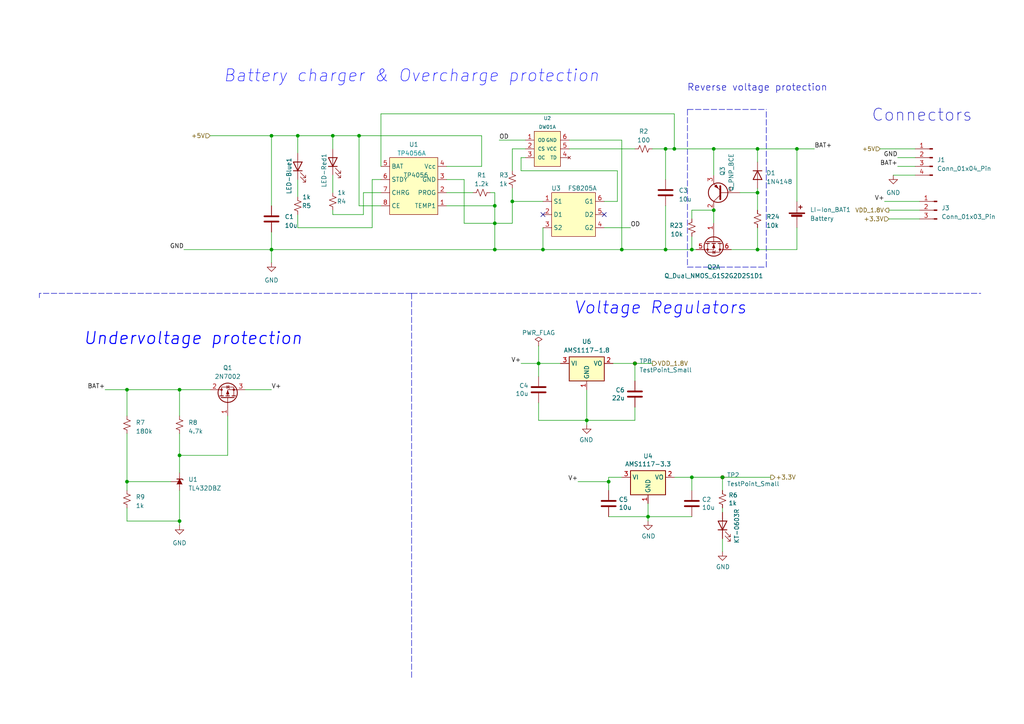
<source format=kicad_sch>
(kicad_sch (version 20230121) (generator eeschema)

  (uuid 660273ae-2cdc-4449-8529-9bdca935bdfc)

  (paper "A4")

  (title_block
    (title "Power Submodule")
    (date "2023-03-13")
    (rev "v2")
    (company "EEE3088F")
    (comment 1 "University of Cape Town")
    (comment 2 "Mr Nkhatho Motonosi")
  )

  (lib_symbols
    (symbol "AMS1117-1.8_1" (in_bom yes) (on_board yes)
      (property "Reference" "U5" (at 0 6.35 0)
        (effects (font (size 1.27 1.27)))
      )
      (property "Value" "AMS1117-1.8" (at 0 3.81 0)
        (effects (font (size 1.27 1.27)))
      )
      (property "Footprint" "Package_TO_SOT_SMD:SOT-223-3_TabPin2" (at 0 5.08 0)
        (effects (font (size 1.27 1.27)) hide)
      )
      (property "Datasheet" "http://www.advanced-monolithic.com/pdf/ds1117.pdf" (at 2.54 -6.35 0)
        (effects (font (size 1.27 1.27)) hide)
      )
      (property "Name" " Linear Voltage Regulators " (at 0 0 0)
        (effects (font (size 1.27 1.27)) hide)
      )
      (property "JLC Part Number" "C347220" (at 0 0 0)
        (effects (font (size 1.27 1.27)) hide)
      )
      (property "Price " " $0.0878" (at 0 0 0)
        (effects (font (size 1.27 1.27)) hide)
      )
      (property "ki_keywords" "linear regulator ldo fixed positive" (at 0 0 0)
        (effects (font (size 1.27 1.27)) hide)
      )
      (property "ki_description" "1A Low Dropout regulator, positive, 1.8V fixed output, SOT-223" (at 0 0 0)
        (effects (font (size 1.27 1.27)) hide)
      )
      (property "ki_fp_filters" "SOT?223*TabPin2*" (at 0 0 0)
        (effects (font (size 1.27 1.27)) hide)
      )
      (symbol "AMS1117-1.8_1_0_1"
        (rectangle (start -5.08 -5.08) (end 5.08 1.905)
          (stroke (width 0.254) (type default))
          (fill (type background))
        )
      )
      (symbol "AMS1117-1.8_1_1_1"
        (pin power_in line (at 0 -7.62 90) (length 2.54)
          (name "GND" (effects (font (size 1.27 1.27))))
          (number "1" (effects (font (size 1.27 1.27))))
        )
        (pin power_out line (at 7.62 0 180) (length 2.54)
          (name "VO" (effects (font (size 1.27 1.27))))
          (number "2" (effects (font (size 1.27 1.27))))
        )
        (pin power_in line (at -7.62 0 0) (length 2.54)
          (name "VI" (effects (font (size 1.27 1.27))))
          (number "3" (effects (font (size 1.27 1.27))))
        )
      )
    )
    (symbol "Connector:Conn_01x03_Pin" (pin_names (offset 1.016) hide) (in_bom yes) (on_board yes)
      (property "Reference" "J" (at 0 5.08 0)
        (effects (font (size 1.27 1.27)))
      )
      (property "Value" "Conn_01x03_Pin" (at 0 -5.08 0)
        (effects (font (size 1.27 1.27)))
      )
      (property "Footprint" "" (at 0 0 0)
        (effects (font (size 1.27 1.27)) hide)
      )
      (property "Datasheet" "~" (at 0 0 0)
        (effects (font (size 1.27 1.27)) hide)
      )
      (property "ki_locked" "" (at 0 0 0)
        (effects (font (size 1.27 1.27)))
      )
      (property "ki_keywords" "connector" (at 0 0 0)
        (effects (font (size 1.27 1.27)) hide)
      )
      (property "ki_description" "Generic connector, single row, 01x03, script generated" (at 0 0 0)
        (effects (font (size 1.27 1.27)) hide)
      )
      (property "ki_fp_filters" "Connector*:*_1x??_*" (at 0 0 0)
        (effects (font (size 1.27 1.27)) hide)
      )
      (symbol "Conn_01x03_Pin_1_1"
        (polyline
          (pts
            (xy 1.27 -2.54)
            (xy 0.8636 -2.54)
          )
          (stroke (width 0.1524) (type default))
          (fill (type none))
        )
        (polyline
          (pts
            (xy 1.27 0)
            (xy 0.8636 0)
          )
          (stroke (width 0.1524) (type default))
          (fill (type none))
        )
        (polyline
          (pts
            (xy 1.27 2.54)
            (xy 0.8636 2.54)
          )
          (stroke (width 0.1524) (type default))
          (fill (type none))
        )
        (rectangle (start 0.8636 -2.413) (end 0 -2.667)
          (stroke (width 0.1524) (type default))
          (fill (type outline))
        )
        (rectangle (start 0.8636 0.127) (end 0 -0.127)
          (stroke (width 0.1524) (type default))
          (fill (type outline))
        )
        (rectangle (start 0.8636 2.667) (end 0 2.413)
          (stroke (width 0.1524) (type default))
          (fill (type outline))
        )
        (pin passive line (at 5.08 2.54 180) (length 3.81)
          (name "Pin_1" (effects (font (size 1.27 1.27))))
          (number "1" (effects (font (size 1.27 1.27))))
        )
        (pin passive line (at 5.08 0 180) (length 3.81)
          (name "Pin_2" (effects (font (size 1.27 1.27))))
          (number "2" (effects (font (size 1.27 1.27))))
        )
        (pin passive line (at 5.08 -2.54 180) (length 3.81)
          (name "Pin_3" (effects (font (size 1.27 1.27))))
          (number "3" (effects (font (size 1.27 1.27))))
        )
      )
    )
    (symbol "Connector:Conn_01x04_Pin" (pin_names (offset 1.016) hide) (in_bom yes) (on_board yes)
      (property "Reference" "J" (at 0 5.08 0)
        (effects (font (size 1.27 1.27)))
      )
      (property "Value" "Conn_01x04_Pin" (at 0 -7.62 0)
        (effects (font (size 1.27 1.27)))
      )
      (property "Footprint" "" (at 0 0 0)
        (effects (font (size 1.27 1.27)) hide)
      )
      (property "Datasheet" "~" (at 0 0 0)
        (effects (font (size 1.27 1.27)) hide)
      )
      (property "ki_locked" "" (at 0 0 0)
        (effects (font (size 1.27 1.27)))
      )
      (property "ki_keywords" "connector" (at 0 0 0)
        (effects (font (size 1.27 1.27)) hide)
      )
      (property "ki_description" "Generic connector, single row, 01x04, script generated" (at 0 0 0)
        (effects (font (size 1.27 1.27)) hide)
      )
      (property "ki_fp_filters" "Connector*:*_1x??_*" (at 0 0 0)
        (effects (font (size 1.27 1.27)) hide)
      )
      (symbol "Conn_01x04_Pin_1_1"
        (polyline
          (pts
            (xy 1.27 -5.08)
            (xy 0.8636 -5.08)
          )
          (stroke (width 0.1524) (type default))
          (fill (type none))
        )
        (polyline
          (pts
            (xy 1.27 -2.54)
            (xy 0.8636 -2.54)
          )
          (stroke (width 0.1524) (type default))
          (fill (type none))
        )
        (polyline
          (pts
            (xy 1.27 0)
            (xy 0.8636 0)
          )
          (stroke (width 0.1524) (type default))
          (fill (type none))
        )
        (polyline
          (pts
            (xy 1.27 2.54)
            (xy 0.8636 2.54)
          )
          (stroke (width 0.1524) (type default))
          (fill (type none))
        )
        (rectangle (start 0.8636 -4.953) (end 0 -5.207)
          (stroke (width 0.1524) (type default))
          (fill (type outline))
        )
        (rectangle (start 0.8636 -2.413) (end 0 -2.667)
          (stroke (width 0.1524) (type default))
          (fill (type outline))
        )
        (rectangle (start 0.8636 0.127) (end 0 -0.127)
          (stroke (width 0.1524) (type default))
          (fill (type outline))
        )
        (rectangle (start 0.8636 2.667) (end 0 2.413)
          (stroke (width 0.1524) (type default))
          (fill (type outline))
        )
        (pin passive line (at 5.08 2.54 180) (length 3.81)
          (name "Pin_1" (effects (font (size 1.27 1.27))))
          (number "1" (effects (font (size 1.27 1.27))))
        )
        (pin passive line (at 5.08 0 180) (length 3.81)
          (name "Pin_2" (effects (font (size 1.27 1.27))))
          (number "2" (effects (font (size 1.27 1.27))))
        )
        (pin passive line (at 5.08 -2.54 180) (length 3.81)
          (name "Pin_3" (effects (font (size 1.27 1.27))))
          (number "3" (effects (font (size 1.27 1.27))))
        )
        (pin passive line (at 5.08 -5.08 180) (length 3.81)
          (name "Pin_4" (effects (font (size 1.27 1.27))))
          (number "4" (effects (font (size 1.27 1.27))))
        )
      )
    )
    (symbol "Connector:TestPoint_Small" (pin_numbers hide) (pin_names (offset 0.762) hide) (in_bom yes) (on_board yes)
      (property "Reference" "TP" (at 0 3.81 0)
        (effects (font (size 1.27 1.27)))
      )
      (property "Value" "TestPoint_Small" (at 0 2.032 0)
        (effects (font (size 1.27 1.27)))
      )
      (property "Footprint" "" (at 5.08 0 0)
        (effects (font (size 1.27 1.27)) hide)
      )
      (property "Datasheet" "~" (at 5.08 0 0)
        (effects (font (size 1.27 1.27)) hide)
      )
      (property "ki_keywords" "test point tp" (at 0 0 0)
        (effects (font (size 1.27 1.27)) hide)
      )
      (property "ki_description" "test point" (at 0 0 0)
        (effects (font (size 1.27 1.27)) hide)
      )
      (property "ki_fp_filters" "Pin* Test*" (at 0 0 0)
        (effects (font (size 1.27 1.27)) hide)
      )
      (symbol "TestPoint_Small_0_1"
        (circle (center 0 0) (radius 0.508)
          (stroke (width 0) (type default))
          (fill (type none))
        )
      )
      (symbol "TestPoint_Small_1_1"
        (pin passive line (at 0 0 90) (length 0)
          (name "1" (effects (font (size 1.27 1.27))))
          (number "1" (effects (font (size 1.27 1.27))))
        )
      )
    )
    (symbol "Device:Battery_Cell" (pin_numbers hide) (pin_names (offset 0) hide) (in_bom yes) (on_board yes)
      (property "Reference" "BT" (at 2.54 2.54 0)
        (effects (font (size 1.27 1.27)) (justify left))
      )
      (property "Value" "Battery_Cell" (at 2.54 0 0)
        (effects (font (size 1.27 1.27)) (justify left))
      )
      (property "Footprint" "" (at 0 1.524 90)
        (effects (font (size 1.27 1.27)) hide)
      )
      (property "Datasheet" "~" (at 0 1.524 90)
        (effects (font (size 1.27 1.27)) hide)
      )
      (property "ki_keywords" "battery cell" (at 0 0 0)
        (effects (font (size 1.27 1.27)) hide)
      )
      (property "ki_description" "Single-cell battery" (at 0 0 0)
        (effects (font (size 1.27 1.27)) hide)
      )
      (symbol "Battery_Cell_0_1"
        (rectangle (start -2.286 1.778) (end 2.286 1.524)
          (stroke (width 0) (type default))
          (fill (type outline))
        )
        (rectangle (start -1.5748 1.1938) (end 1.4732 0.6858)
          (stroke (width 0) (type default))
          (fill (type outline))
        )
        (polyline
          (pts
            (xy 0 0.762)
            (xy 0 0)
          )
          (stroke (width 0) (type default))
          (fill (type none))
        )
        (polyline
          (pts
            (xy 0 1.778)
            (xy 0 2.54)
          )
          (stroke (width 0) (type default))
          (fill (type none))
        )
        (polyline
          (pts
            (xy 0.508 3.429)
            (xy 1.524 3.429)
          )
          (stroke (width 0.254) (type default))
          (fill (type none))
        )
        (polyline
          (pts
            (xy 1.016 3.937)
            (xy 1.016 2.921)
          )
          (stroke (width 0.254) (type default))
          (fill (type none))
        )
      )
      (symbol "Battery_Cell_1_1"
        (pin passive line (at 0 5.08 270) (length 2.54)
          (name "+" (effects (font (size 1.27 1.27))))
          (number "1" (effects (font (size 1.27 1.27))))
        )
        (pin passive line (at 0 -2.54 90) (length 2.54)
          (name "-" (effects (font (size 1.27 1.27))))
          (number "2" (effects (font (size 1.27 1.27))))
        )
      )
    )
    (symbol "Device:C" (pin_numbers hide) (pin_names (offset 0.254)) (in_bom yes) (on_board yes)
      (property "Reference" "C" (at 0.635 2.54 0)
        (effects (font (size 1.27 1.27)) (justify left))
      )
      (property "Value" "C" (at 0.635 -2.54 0)
        (effects (font (size 1.27 1.27)) (justify left))
      )
      (property "Footprint" "" (at 0.9652 -3.81 0)
        (effects (font (size 1.27 1.27)) hide)
      )
      (property "Datasheet" "~" (at 0 0 0)
        (effects (font (size 1.27 1.27)) hide)
      )
      (property "ki_keywords" "cap capacitor" (at 0 0 0)
        (effects (font (size 1.27 1.27)) hide)
      )
      (property "ki_description" "Unpolarized capacitor" (at 0 0 0)
        (effects (font (size 1.27 1.27)) hide)
      )
      (property "ki_fp_filters" "C_*" (at 0 0 0)
        (effects (font (size 1.27 1.27)) hide)
      )
      (symbol "C_0_1"
        (polyline
          (pts
            (xy -2.032 -0.762)
            (xy 2.032 -0.762)
          )
          (stroke (width 0.508) (type default))
          (fill (type none))
        )
        (polyline
          (pts
            (xy -2.032 0.762)
            (xy 2.032 0.762)
          )
          (stroke (width 0.508) (type default))
          (fill (type none))
        )
      )
      (symbol "C_1_1"
        (pin passive line (at 0 3.81 270) (length 2.794)
          (name "~" (effects (font (size 1.27 1.27))))
          (number "1" (effects (font (size 1.27 1.27))))
        )
        (pin passive line (at 0 -3.81 90) (length 2.794)
          (name "~" (effects (font (size 1.27 1.27))))
          (number "2" (effects (font (size 1.27 1.27))))
        )
      )
    )
    (symbol "Device:LED" (pin_numbers hide) (pin_names (offset 1.016) hide) (in_bom yes) (on_board yes)
      (property "Reference" "D" (at 0 2.54 0)
        (effects (font (size 1.27 1.27)))
      )
      (property "Value" "LED" (at 0 -2.54 0)
        (effects (font (size 1.27 1.27)))
      )
      (property "Footprint" "" (at 0 0 0)
        (effects (font (size 1.27 1.27)) hide)
      )
      (property "Datasheet" "~" (at 0 0 0)
        (effects (font (size 1.27 1.27)) hide)
      )
      (property "ki_keywords" "LED diode" (at 0 0 0)
        (effects (font (size 1.27 1.27)) hide)
      )
      (property "ki_description" "Light emitting diode" (at 0 0 0)
        (effects (font (size 1.27 1.27)) hide)
      )
      (property "ki_fp_filters" "LED* LED_SMD:* LED_THT:*" (at 0 0 0)
        (effects (font (size 1.27 1.27)) hide)
      )
      (symbol "LED_0_1"
        (polyline
          (pts
            (xy -1.27 -1.27)
            (xy -1.27 1.27)
          )
          (stroke (width 0.254) (type default))
          (fill (type none))
        )
        (polyline
          (pts
            (xy -1.27 0)
            (xy 1.27 0)
          )
          (stroke (width 0) (type default))
          (fill (type none))
        )
        (polyline
          (pts
            (xy 1.27 -1.27)
            (xy 1.27 1.27)
            (xy -1.27 0)
            (xy 1.27 -1.27)
          )
          (stroke (width 0.254) (type default))
          (fill (type none))
        )
        (polyline
          (pts
            (xy -3.048 -0.762)
            (xy -4.572 -2.286)
            (xy -3.81 -2.286)
            (xy -4.572 -2.286)
            (xy -4.572 -1.524)
          )
          (stroke (width 0) (type default))
          (fill (type none))
        )
        (polyline
          (pts
            (xy -1.778 -0.762)
            (xy -3.302 -2.286)
            (xy -2.54 -2.286)
            (xy -3.302 -2.286)
            (xy -3.302 -1.524)
          )
          (stroke (width 0) (type default))
          (fill (type none))
        )
      )
      (symbol "LED_1_1"
        (pin passive line (at -3.81 0 0) (length 2.54)
          (name "K" (effects (font (size 1.27 1.27))))
          (number "1" (effects (font (size 1.27 1.27))))
        )
        (pin passive line (at 3.81 0 180) (length 2.54)
          (name "A" (effects (font (size 1.27 1.27))))
          (number "2" (effects (font (size 1.27 1.27))))
        )
      )
    )
    (symbol "Device:Q_Dual_NMOS_G1S2G2D2S1D1" (pin_names (offset 0) hide) (in_bom yes) (on_board yes)
      (property "Reference" "Q" (at 6.35 1.27 0)
        (effects (font (size 1.27 1.27)))
      )
      (property "Value" "Q_Dual_NMOS_G1S2G2D2S1D1" (at 19.05 -1.27 0)
        (effects (font (size 1.27 1.27)))
      )
      (property "Footprint" "" (at 5.08 0 0)
        (effects (font (size 1.27 1.27)) hide)
      )
      (property "Datasheet" "~" (at 5.08 0 0)
        (effects (font (size 1.27 1.27)) hide)
      )
      (property "ki_keywords" "transistor NMOS N-MOS N-MOSFET" (at 0 0 0)
        (effects (font (size 1.27 1.27)) hide)
      )
      (property "ki_description" "Dual NMOS transistor, 6 pin package" (at 0 0 0)
        (effects (font (size 1.27 1.27)) hide)
      )
      (property "ki_fp_filters" "TSOP* SC?70* SC?88* SOT?363*" (at 0 0 0)
        (effects (font (size 1.27 1.27)) hide)
      )
      (symbol "Q_Dual_NMOS_G1S2G2D2S1D1_0_1"
        (polyline
          (pts
            (xy 0.254 0)
            (xy -2.54 0)
          )
          (stroke (width 0) (type default))
          (fill (type none))
        )
        (polyline
          (pts
            (xy 0.254 1.905)
            (xy 0.254 -1.905)
          )
          (stroke (width 0.254) (type default))
          (fill (type none))
        )
        (polyline
          (pts
            (xy 0.762 -1.27)
            (xy 0.762 -2.286)
          )
          (stroke (width 0.254) (type default))
          (fill (type none))
        )
        (polyline
          (pts
            (xy 0.762 0.508)
            (xy 0.762 -0.508)
          )
          (stroke (width 0.254) (type default))
          (fill (type none))
        )
        (polyline
          (pts
            (xy 0.762 2.286)
            (xy 0.762 1.27)
          )
          (stroke (width 0.254) (type default))
          (fill (type none))
        )
        (polyline
          (pts
            (xy 2.54 2.54)
            (xy 2.54 1.778)
          )
          (stroke (width 0) (type default))
          (fill (type none))
        )
        (polyline
          (pts
            (xy 2.54 -2.54)
            (xy 2.54 0)
            (xy 0.762 0)
          )
          (stroke (width 0) (type default))
          (fill (type none))
        )
        (polyline
          (pts
            (xy 0.762 -1.778)
            (xy 3.302 -1.778)
            (xy 3.302 1.778)
            (xy 0.762 1.778)
          )
          (stroke (width 0) (type default))
          (fill (type none))
        )
        (polyline
          (pts
            (xy 1.016 0)
            (xy 2.032 0.381)
            (xy 2.032 -0.381)
            (xy 1.016 0)
          )
          (stroke (width 0) (type default))
          (fill (type outline))
        )
        (polyline
          (pts
            (xy 2.794 0.508)
            (xy 2.921 0.381)
            (xy 3.683 0.381)
            (xy 3.81 0.254)
          )
          (stroke (width 0) (type default))
          (fill (type none))
        )
        (polyline
          (pts
            (xy 3.302 0.381)
            (xy 2.921 -0.254)
            (xy 3.683 -0.254)
            (xy 3.302 0.381)
          )
          (stroke (width 0) (type default))
          (fill (type none))
        )
        (circle (center 1.651 0) (radius 2.794)
          (stroke (width 0.254) (type default))
          (fill (type none))
        )
        (circle (center 2.54 -1.778) (radius 0.254)
          (stroke (width 0) (type default))
          (fill (type outline))
        )
        (circle (center 2.54 1.778) (radius 0.254)
          (stroke (width 0) (type default))
          (fill (type outline))
        )
      )
      (symbol "Q_Dual_NMOS_G1S2G2D2S1D1_1_1"
        (pin input line (at -5.08 0 0) (length 2.54)
          (name "G" (effects (font (size 1.27 1.27))))
          (number "1" (effects (font (size 1.27 1.27))))
        )
        (pin passive line (at 2.54 -5.08 90) (length 2.54)
          (name "S" (effects (font (size 1.27 1.27))))
          (number "5" (effects (font (size 1.27 1.27))))
        )
        (pin passive line (at 2.54 5.08 270) (length 2.54)
          (name "D" (effects (font (size 1.27 1.27))))
          (number "6" (effects (font (size 1.27 1.27))))
        )
      )
      (symbol "Q_Dual_NMOS_G1S2G2D2S1D1_2_1"
        (pin passive line (at 2.54 -5.08 90) (length 2.54)
          (name "S" (effects (font (size 1.27 1.27))))
          (number "2" (effects (font (size 1.27 1.27))))
        )
        (pin input line (at -5.08 0 0) (length 2.54)
          (name "G" (effects (font (size 1.27 1.27))))
          (number "3" (effects (font (size 1.27 1.27))))
        )
        (pin passive line (at 2.54 5.08 270) (length 2.54)
          (name "D" (effects (font (size 1.27 1.27))))
          (number "4" (effects (font (size 1.27 1.27))))
        )
      )
    )
    (symbol "Device:Q_PNP_BCE" (pin_names (offset 0) hide) (in_bom yes) (on_board yes)
      (property "Reference" "Q" (at 5.08 1.27 0)
        (effects (font (size 1.27 1.27)) (justify left))
      )
      (property "Value" "Q_PNP_BCE" (at 5.08 -1.27 0)
        (effects (font (size 1.27 1.27)) (justify left))
      )
      (property "Footprint" "" (at 5.08 2.54 0)
        (effects (font (size 1.27 1.27)) hide)
      )
      (property "Datasheet" "~" (at 0 0 0)
        (effects (font (size 1.27 1.27)) hide)
      )
      (property "ki_keywords" "transistor PNP" (at 0 0 0)
        (effects (font (size 1.27 1.27)) hide)
      )
      (property "ki_description" "PNP transistor, base/collector/emitter" (at 0 0 0)
        (effects (font (size 1.27 1.27)) hide)
      )
      (symbol "Q_PNP_BCE_0_1"
        (polyline
          (pts
            (xy 0.635 0.635)
            (xy 2.54 2.54)
          )
          (stroke (width 0) (type default))
          (fill (type none))
        )
        (polyline
          (pts
            (xy 0.635 -0.635)
            (xy 2.54 -2.54)
            (xy 2.54 -2.54)
          )
          (stroke (width 0) (type default))
          (fill (type none))
        )
        (polyline
          (pts
            (xy 0.635 1.905)
            (xy 0.635 -1.905)
            (xy 0.635 -1.905)
          )
          (stroke (width 0.508) (type default))
          (fill (type none))
        )
        (polyline
          (pts
            (xy 2.286 -1.778)
            (xy 1.778 -2.286)
            (xy 1.27 -1.27)
            (xy 2.286 -1.778)
            (xy 2.286 -1.778)
          )
          (stroke (width 0) (type default))
          (fill (type outline))
        )
        (circle (center 1.27 0) (radius 2.8194)
          (stroke (width 0.254) (type default))
          (fill (type none))
        )
      )
      (symbol "Q_PNP_BCE_1_1"
        (pin input line (at -5.08 0 0) (length 5.715)
          (name "B" (effects (font (size 1.27 1.27))))
          (number "1" (effects (font (size 1.27 1.27))))
        )
        (pin passive line (at 2.54 5.08 270) (length 2.54)
          (name "C" (effects (font (size 1.27 1.27))))
          (number "2" (effects (font (size 1.27 1.27))))
        )
        (pin passive line (at 2.54 -5.08 90) (length 2.54)
          (name "E" (effects (font (size 1.27 1.27))))
          (number "3" (effects (font (size 1.27 1.27))))
        )
      )
    )
    (symbol "Device:R_Small_US" (pin_numbers hide) (pin_names (offset 0.254) hide) (in_bom yes) (on_board yes)
      (property "Reference" "R" (at 0.762 0.508 0)
        (effects (font (size 1.27 1.27)) (justify left))
      )
      (property "Value" "R_Small_US" (at 0.762 -1.016 0)
        (effects (font (size 1.27 1.27)) (justify left))
      )
      (property "Footprint" "" (at 0 0 0)
        (effects (font (size 1.27 1.27)) hide)
      )
      (property "Datasheet" "~" (at 0 0 0)
        (effects (font (size 1.27 1.27)) hide)
      )
      (property "ki_keywords" "r resistor" (at 0 0 0)
        (effects (font (size 1.27 1.27)) hide)
      )
      (property "ki_description" "Resistor, small US symbol" (at 0 0 0)
        (effects (font (size 1.27 1.27)) hide)
      )
      (property "ki_fp_filters" "R_*" (at 0 0 0)
        (effects (font (size 1.27 1.27)) hide)
      )
      (symbol "R_Small_US_1_1"
        (polyline
          (pts
            (xy 0 0)
            (xy 1.016 -0.381)
            (xy 0 -0.762)
            (xy -1.016 -1.143)
            (xy 0 -1.524)
          )
          (stroke (width 0) (type default))
          (fill (type none))
        )
        (polyline
          (pts
            (xy 0 1.524)
            (xy 1.016 1.143)
            (xy 0 0.762)
            (xy -1.016 0.381)
            (xy 0 0)
          )
          (stroke (width 0) (type default))
          (fill (type none))
        )
        (pin passive line (at 0 2.54 270) (length 1.016)
          (name "~" (effects (font (size 1.27 1.27))))
          (number "1" (effects (font (size 1.27 1.27))))
        )
        (pin passive line (at 0 -2.54 90) (length 1.016)
          (name "~" (effects (font (size 1.27 1.27))))
          (number "2" (effects (font (size 1.27 1.27))))
        )
      )
    )
    (symbol "Diode:1N4148" (pin_numbers hide) (pin_names hide) (in_bom yes) (on_board yes)
      (property "Reference" "D" (at 0 2.54 0)
        (effects (font (size 1.27 1.27)))
      )
      (property "Value" "1N4148" (at 0 -2.54 0)
        (effects (font (size 1.27 1.27)))
      )
      (property "Footprint" "Diode_THT:D_DO-35_SOD27_P7.62mm_Horizontal" (at 0 0 0)
        (effects (font (size 1.27 1.27)) hide)
      )
      (property "Datasheet" "https://assets.nexperia.com/documents/data-sheet/1N4148_1N4448.pdf" (at 0 0 0)
        (effects (font (size 1.27 1.27)) hide)
      )
      (property "Sim.Device" "D" (at 0 0 0)
        (effects (font (size 1.27 1.27)) hide)
      )
      (property "Sim.Pins" "1=K 2=A" (at 0 0 0)
        (effects (font (size 1.27 1.27)) hide)
      )
      (property "ki_keywords" "diode" (at 0 0 0)
        (effects (font (size 1.27 1.27)) hide)
      )
      (property "ki_description" "100V 0.15A standard switching diode, DO-35" (at 0 0 0)
        (effects (font (size 1.27 1.27)) hide)
      )
      (property "ki_fp_filters" "D*DO?35*" (at 0 0 0)
        (effects (font (size 1.27 1.27)) hide)
      )
      (symbol "1N4148_0_1"
        (polyline
          (pts
            (xy -1.27 1.27)
            (xy -1.27 -1.27)
          )
          (stroke (width 0.254) (type default))
          (fill (type none))
        )
        (polyline
          (pts
            (xy 1.27 0)
            (xy -1.27 0)
          )
          (stroke (width 0) (type default))
          (fill (type none))
        )
        (polyline
          (pts
            (xy 1.27 1.27)
            (xy 1.27 -1.27)
            (xy -1.27 0)
            (xy 1.27 1.27)
          )
          (stroke (width 0.254) (type default))
          (fill (type none))
        )
      )
      (symbol "1N4148_1_1"
        (pin passive line (at -3.81 0 0) (length 2.54)
          (name "K" (effects (font (size 1.27 1.27))))
          (number "1" (effects (font (size 1.27 1.27))))
        )
        (pin passive line (at 3.81 0 180) (length 2.54)
          (name "A" (effects (font (size 1.27 1.27))))
          (number "2" (effects (font (size 1.27 1.27))))
        )
      )
    )
    (symbol "FS8205A:FS8205A" (in_bom yes) (on_board yes)
      (property "Reference" "U4" (at -5.08 7.62 0)
        (effects (font (size 1.27 1.27)))
      )
      (property "Value" "FS8205A" (at 2.54 7.62 0)
        (effects (font (size 1.27 1.27)))
      )
      (property "Footprint" "" (at 0 0 0)
        (effects (font (size 1.27 1.27)) hide)
      )
      (property "Datasheet" "" (at 0 0 0)
        (effects (font (size 1.27 1.27)) hide)
      )
      (property "JLC Part Number" "C2830320" (at 0 0 0)
        (effects (font (size 1.27 1.27)) hide)
      )
      (property "Name" "FS8205A" (at 0 0 0)
        (effects (font (size 1.27 1.27)) hide)
      )
      (property "Price " " $0.0605 " (at 0 0 0)
        (effects (font (size 1.27 1.27)) hide)
      )
      (symbol "FS8205A_0_0"
        (rectangle (start -6.35 6.35) (end 6.35 -6.35)
          (stroke (width 0) (type default))
          (fill (type background))
        )
      )
      (symbol "FS8205A_1_0"
        (pin input line (at -8.89 3.81 0) (length 2.54)
          (name "S1" (effects (font (size 1.27 1.27))))
          (number "1" (effects (font (size 1.27 1.27))))
        )
        (pin passive line (at -8.89 0 0) (length 2.54)
          (name "D1" (effects (font (size 1.27 1.27))))
          (number "2" (effects (font (size 1.27 1.27))))
        )
        (pin input line (at -8.89 -3.81 0) (length 2.54)
          (name "S2" (effects (font (size 1.27 1.27))))
          (number "3" (effects (font (size 1.27 1.27))))
        )
        (pin bidirectional line (at 8.89 -3.81 180) (length 2.54)
          (name "G2" (effects (font (size 1.27 1.27))))
          (number "4" (effects (font (size 1.27 1.27))))
        )
        (pin passive line (at 8.89 0 180) (length 2.54)
          (name "D2" (effects (font (size 1.27 1.27))))
          (number "5" (effects (font (size 1.27 1.27))))
        )
        (pin bidirectional line (at 8.89 3.81 180) (length 2.54)
          (name "G1" (effects (font (size 1.27 1.27))))
          (number "6" (effects (font (size 1.27 1.27))))
        )
      )
    )
    (symbol "Reference_Voltage:TL432DBZ" (pin_numbers hide) (pin_names hide) (in_bom yes) (on_board yes)
      (property "Reference" "U" (at -2.54 2.54 0)
        (effects (font (size 1.27 1.27)))
      )
      (property "Value" "TL432DBZ" (at 0 -2.54 0)
        (effects (font (size 1.27 1.27)))
      )
      (property "Footprint" "Package_TO_SOT_SMD:SOT-23" (at 0 -3.81 0)
        (effects (font (size 1.27 1.27) italic) hide)
      )
      (property "Datasheet" "http://www.ti.com/lit/ds/symlink/tl431.pdf" (at 0 0 0)
        (effects (font (size 1.27 1.27) italic) hide)
      )
      (property "ki_keywords" "diode device shunt regulator" (at 0 0 0)
        (effects (font (size 1.27 1.27)) hide)
      )
      (property "ki_description" "Shunt Regulator, SOT-23" (at 0 0 0)
        (effects (font (size 1.27 1.27)) hide)
      )
      (property "ki_fp_filters" "SOT?23*" (at 0 0 0)
        (effects (font (size 1.27 1.27)) hide)
      )
      (symbol "TL432DBZ_0_1"
        (polyline
          (pts
            (xy -1.27 0)
            (xy 0 0)
            (xy 1.27 0)
          )
          (stroke (width 0) (type default))
          (fill (type none))
        )
        (polyline
          (pts
            (xy -0.762 0.762)
            (xy 0.762 0)
            (xy -0.762 -0.762)
          )
          (stroke (width 0) (type default))
          (fill (type outline))
        )
        (polyline
          (pts
            (xy 0.508 -1.016)
            (xy 0.762 -0.762)
            (xy 0.762 0.762)
            (xy 0.762 0.762)
          )
          (stroke (width 0.254) (type default))
          (fill (type none))
        )
      )
      (symbol "TL432DBZ_1_1"
        (pin passive line (at 0 2.54 270) (length 2.54)
          (name "REF" (effects (font (size 1.27 1.27))))
          (number "1" (effects (font (size 1.27 1.27))))
        )
        (pin passive line (at 2.54 0 180) (length 1.27)
          (name "K" (effects (font (size 1.27 1.27))))
          (number "2" (effects (font (size 1.27 1.27))))
        )
        (pin passive line (at -2.54 0 0) (length 1.27)
          (name "A" (effects (font (size 1.27 1.27))))
          (number "3" (effects (font (size 1.27 1.27))))
        )
      )
    )
    (symbol "Regulator_Linear:AMS1117-3.3" (in_bom yes) (on_board yes)
      (property "Reference" "U6" (at 0 6.1468 0)
        (effects (font (size 1.27 1.27)))
      )
      (property "Value" "AMS1117-3.3" (at 0 3.8354 0)
        (effects (font (size 1.27 1.27)))
      )
      (property "Footprint" "Package_TO_SOT_SMD:SOT-223-3_TabPin2" (at 0 5.08 0)
        (effects (font (size 1.27 1.27)) hide)
      )
      (property "Datasheet" "http://www.advanced-monolithic.com/pdf/ds1117.pdf" (at 2.54 -6.35 0)
        (effects (font (size 1.27 1.27)) hide)
      )
      (property "Name" " Linear Voltage Regulators " (at 0 0 0)
        (effects (font (size 1.27 1.27)) hide)
      )
      (property "JLC Part Number" "C347222" (at 0 0 0)
        (effects (font (size 1.27 1.27)) hide)
      )
      (property "Price " " $0.0378 " (at 0 0 0)
        (effects (font (size 1.27 1.27)) hide)
      )
      (property "ki_keywords" "linear regulator ldo fixed positive" (at 0 0 0)
        (effects (font (size 1.27 1.27)) hide)
      )
      (property "ki_description" "1A Low Dropout regulator, positive, 3.3V fixed output, SOT-223" (at 0 0 0)
        (effects (font (size 1.27 1.27)) hide)
      )
      (property "ki_fp_filters" "SOT?223*TabPin2*" (at 0 0 0)
        (effects (font (size 1.27 1.27)) hide)
      )
      (symbol "AMS1117-3.3_0_1"
        (rectangle (start -5.08 -5.08) (end 5.08 1.905)
          (stroke (width 0.254) (type default))
          (fill (type background))
        )
      )
      (symbol "AMS1117-3.3_1_1"
        (pin power_in line (at 0 -7.62 90) (length 2.54)
          (name "GND" (effects (font (size 1.27 1.27))))
          (number "1" (effects (font (size 1.27 1.27))))
        )
        (pin power_out line (at 7.62 0 180) (length 2.54)
          (name "VO" (effects (font (size 1.27 1.27))))
          (number "2" (effects (font (size 1.27 1.27))))
        )
        (pin power_in line (at -7.62 0 0) (length 2.54)
          (name "VI" (effects (font (size 1.27 1.27))))
          (number "3" (effects (font (size 1.27 1.27))))
        )
      )
    )
    (symbol "TP4056A:TP4056A" (in_bom yes) (on_board yes)
      (property "Reference" "U1" (at 0 12.7 0)
        (effects (font (size 1.27 1.27)))
      )
      (property "Value" "" (at 0 0 0)
        (effects (font (size 1.27 1.27)))
      )
      (property "Footprint" "" (at 0 0 0)
        (effects (font (size 1.27 1.27)) hide)
      )
      (property "Datasheet" "" (at 0 0 0)
        (effects (font (size 1.27 1.27)) hide)
      )
      (symbol "TP4056A_0_0"
        (text "TP4056A" (at 1.27 -6.35 0)
          (effects (font (size 1.27 1.27) (color 0 132 132 1)))
        )
      )
      (symbol "TP4056A_0_1"
        (rectangle (start -6.35 11.43) (end 7.62 -5.08)
          (stroke (width 0) (type default))
          (fill (type background))
        )
      )
      (symbol "TP4056A_1_1"
        (pin input line (at -8.89 8.89 0) (length 2.54)
          (name "TEMP1" (effects (font (size 1.27 1.27))))
          (number "1" (effects (font (size 1.27 1.27))))
        )
        (pin passive line (at -8.89 5.08 0) (length 2.54)
          (name "PROG" (effects (font (size 1.27 1.27))))
          (number "2" (effects (font (size 1.27 1.27))))
        )
        (pin input line (at -8.89 1.27 0) (length 2.54)
          (name "GND" (effects (font (size 1.27 1.27))))
          (number "3" (effects (font (size 1.27 1.27))))
        )
        (pin input line (at -8.89 -2.54 0) (length 2.54)
          (name "Vcc" (effects (font (size 1.27 1.27))))
          (number "4" (effects (font (size 1.27 1.27))))
        )
        (pin input line (at 10.16 -2.54 180) (length 2.54)
          (name "BAT" (effects (font (size 1.27 1.27))))
          (number "5" (effects (font (size 1.27 1.27))))
        )
        (pin output line (at 10.16 1.27 180) (length 2.54)
          (name "STDY" (effects (font (size 1.27 1.27))))
          (number "6" (effects (font (size 1.27 1.27))))
        )
        (pin output line (at 10.16 5.08 180) (length 2.54)
          (name "CHRG" (effects (font (size 1.27 1.27))))
          (number "7" (effects (font (size 1.27 1.27))))
        )
        (pin input line (at 10.16 8.89 180) (length 2.54)
          (name "CE" (effects (font (size 1.27 1.27))))
          (number "8" (effects (font (size 1.27 1.27))))
        )
      )
    )
    (symbol "Transistor_FET:FQP27P06" (pin_names hide) (in_bom yes) (on_board yes)
      (property "Reference" "Q" (at 5.08 1.905 0)
        (effects (font (size 1.27 1.27)) (justify left))
      )
      (property "Value" "FQP27P06" (at 5.08 0 0)
        (effects (font (size 1.27 1.27)) (justify left))
      )
      (property "Footprint" "Package_TO_SOT_THT:TO-220-3_Vertical" (at 5.08 -1.905 0)
        (effects (font (size 1.27 1.27) italic) (justify left) hide)
      )
      (property "Datasheet" "https://www.onsemi.com/pub/Collateral/FQP27P06-D.PDF" (at 0 0 0)
        (effects (font (size 1.27 1.27)) (justify left) hide)
      )
      (property "ki_keywords" "QFET P-Channel MOSFET" (at 0 0 0)
        (effects (font (size 1.27 1.27)) hide)
      )
      (property "ki_description" "-27A Id, -60V Vds, QFET P-Channel MOSFET, TO-220" (at 0 0 0)
        (effects (font (size 1.27 1.27)) hide)
      )
      (property "ki_fp_filters" "TO?220*" (at 0 0 0)
        (effects (font (size 1.27 1.27)) hide)
      )
      (symbol "FQP27P06_0_1"
        (polyline
          (pts
            (xy 0.254 0)
            (xy -2.54 0)
          )
          (stroke (width 0) (type default))
          (fill (type none))
        )
        (polyline
          (pts
            (xy 0.254 1.905)
            (xy 0.254 -1.905)
          )
          (stroke (width 0.254) (type default))
          (fill (type none))
        )
        (polyline
          (pts
            (xy 0.762 -1.27)
            (xy 0.762 -2.286)
          )
          (stroke (width 0.254) (type default))
          (fill (type none))
        )
        (polyline
          (pts
            (xy 0.762 0.508)
            (xy 0.762 -0.508)
          )
          (stroke (width 0.254) (type default))
          (fill (type none))
        )
        (polyline
          (pts
            (xy 0.762 2.286)
            (xy 0.762 1.27)
          )
          (stroke (width 0.254) (type default))
          (fill (type none))
        )
        (polyline
          (pts
            (xy 2.54 2.54)
            (xy 2.54 1.778)
          )
          (stroke (width 0) (type default))
          (fill (type none))
        )
        (polyline
          (pts
            (xy 2.54 -2.54)
            (xy 2.54 0)
            (xy 0.762 0)
          )
          (stroke (width 0) (type default))
          (fill (type none))
        )
        (polyline
          (pts
            (xy 0.762 1.778)
            (xy 3.302 1.778)
            (xy 3.302 -1.778)
            (xy 0.762 -1.778)
          )
          (stroke (width 0) (type default))
          (fill (type none))
        )
        (polyline
          (pts
            (xy 2.286 0)
            (xy 1.27 0.381)
            (xy 1.27 -0.381)
            (xy 2.286 0)
          )
          (stroke (width 0) (type default))
          (fill (type outline))
        )
        (polyline
          (pts
            (xy 2.794 -0.508)
            (xy 2.921 -0.381)
            (xy 3.683 -0.381)
            (xy 3.81 -0.254)
          )
          (stroke (width 0) (type default))
          (fill (type none))
        )
        (polyline
          (pts
            (xy 3.302 -0.381)
            (xy 2.921 0.254)
            (xy 3.683 0.254)
            (xy 3.302 -0.381)
          )
          (stroke (width 0) (type default))
          (fill (type none))
        )
        (circle (center 1.651 0) (radius 2.794)
          (stroke (width 0.254) (type default))
          (fill (type none))
        )
        (circle (center 2.54 -1.778) (radius 0.254)
          (stroke (width 0) (type default))
          (fill (type outline))
        )
        (circle (center 2.54 1.778) (radius 0.254)
          (stroke (width 0) (type default))
          (fill (type outline))
        )
      )
      (symbol "FQP27P06_1_1"
        (pin input line (at -5.08 0 0) (length 2.54)
          (name "G" (effects (font (size 1.27 1.27))))
          (number "1" (effects (font (size 1.27 1.27))))
        )
        (pin passive line (at 2.54 5.08 270) (length 2.54)
          (name "D" (effects (font (size 1.27 1.27))))
          (number "2" (effects (font (size 1.27 1.27))))
        )
        (pin passive line (at 2.54 -5.08 90) (length 2.54)
          (name "S" (effects (font (size 1.27 1.27))))
          (number "3" (effects (font (size 1.27 1.27))))
        )
      )
    )
    (symbol "dw01a:DW01A" (pin_names (offset 1.016)) (in_bom yes) (on_board yes)
      (property "Reference" "U3" (at 0 8.89 0)
        (effects (font (size 0.9906 0.9906)))
      )
      (property "Value" "DW01A" (at 0 6.35 0)
        (effects (font (size 0.9906 0.9906)))
      )
      (property "Footprint" "" (at -2.54 -6.35 0)
        (effects (font (size 2.0066 2.0066)) hide)
      )
      (property "Datasheet" "" (at -2.54 -6.35 0)
        (effects (font (size 2.0066 2.0066)) hide)
      )
      (property "JLC Part Number" "C2927799" (at 0 0 0)
        (effects (font (size 1.27 1.27)) hide)
      )
      (property "Name" "DW01A" (at 0 0 0)
        (effects (font (size 1.27 1.27)) hide)
      )
      (property "Price " " $0.0408 " (at 0 0 0)
        (effects (font (size 1.27 1.27)) hide)
      )
      (symbol "DW01A_0_1"
        (rectangle (start -3.81 5.08) (end 3.81 -5.08)
          (stroke (width 0) (type solid))
          (fill (type background))
        )
      )
      (symbol "DW01A_1_1"
        (pin output line (at -6.35 2.54 0) (length 2.54)
          (name "OD" (effects (font (size 0.9906 0.9906))))
          (number "1" (effects (font (size 1.27 1.27))))
        )
        (pin input line (at -6.35 0 0) (length 2.54)
          (name "CS" (effects (font (size 0.9906 0.9906))))
          (number "2" (effects (font (size 1.27 1.27))))
        )
        (pin output line (at -6.35 -2.54 0) (length 2.54)
          (name "OC" (effects (font (size 0.9906 0.9906))))
          (number "3" (effects (font (size 1.27 1.27))))
        )
        (pin no_connect line (at 6.35 -2.54 180) (length 2.54)
          (name "TD" (effects (font (size 0.9906 0.9906))))
          (number "4" (effects (font (size 1.27 1.27))))
        )
        (pin passive line (at 6.35 0 180) (length 2.54)
          (name "VCC" (effects (font (size 0.9906 0.9906))))
          (number "5" (effects (font (size 1.27 1.27))))
        )
        (pin bidirectional line (at 6.35 2.54 180) (length 2.54)
          (name "GND" (effects (font (size 0.9906 0.9906))))
          (number "6" (effects (font (size 1.27 1.27))))
        )
      )
    )
    (symbol "power:GND" (power) (pin_names (offset 0)) (in_bom yes) (on_board yes)
      (property "Reference" "#PWR" (at 0 -6.35 0)
        (effects (font (size 1.27 1.27)) hide)
      )
      (property "Value" "GND" (at 0 -3.81 0)
        (effects (font (size 1.27 1.27)))
      )
      (property "Footprint" "" (at 0 0 0)
        (effects (font (size 1.27 1.27)) hide)
      )
      (property "Datasheet" "" (at 0 0 0)
        (effects (font (size 1.27 1.27)) hide)
      )
      (property "ki_keywords" "global power" (at 0 0 0)
        (effects (font (size 1.27 1.27)) hide)
      )
      (property "ki_description" "Power symbol creates a global label with name \"GND\" , ground" (at 0 0 0)
        (effects (font (size 1.27 1.27)) hide)
      )
      (symbol "GND_0_1"
        (polyline
          (pts
            (xy 0 0)
            (xy 0 -1.27)
            (xy 1.27 -1.27)
            (xy 0 -2.54)
            (xy -1.27 -1.27)
            (xy 0 -1.27)
          )
          (stroke (width 0) (type default))
          (fill (type none))
        )
      )
      (symbol "GND_1_1"
        (pin power_in line (at 0 0 270) (length 0) hide
          (name "GND" (effects (font (size 1.27 1.27))))
          (number "1" (effects (font (size 1.27 1.27))))
        )
      )
    )
    (symbol "power:PWR_FLAG" (power) (pin_numbers hide) (pin_names (offset 0) hide) (in_bom yes) (on_board yes)
      (property "Reference" "#FLG" (at 0 1.905 0)
        (effects (font (size 1.27 1.27)) hide)
      )
      (property "Value" "PWR_FLAG" (at 0 3.81 0)
        (effects (font (size 1.27 1.27)))
      )
      (property "Footprint" "" (at 0 0 0)
        (effects (font (size 1.27 1.27)) hide)
      )
      (property "Datasheet" "~" (at 0 0 0)
        (effects (font (size 1.27 1.27)) hide)
      )
      (property "ki_keywords" "flag power" (at 0 0 0)
        (effects (font (size 1.27 1.27)) hide)
      )
      (property "ki_description" "Special symbol for telling ERC where power comes from" (at 0 0 0)
        (effects (font (size 1.27 1.27)) hide)
      )
      (symbol "PWR_FLAG_0_0"
        (pin power_out line (at 0 0 90) (length 0)
          (name "pwr" (effects (font (size 1.27 1.27))))
          (number "1" (effects (font (size 1.27 1.27))))
        )
      )
      (symbol "PWR_FLAG_0_1"
        (polyline
          (pts
            (xy 0 0)
            (xy 0 1.27)
            (xy -1.016 1.905)
            (xy 0 2.54)
            (xy 1.016 1.905)
            (xy 0 1.27)
          )
          (stroke (width 0) (type default))
          (fill (type none))
        )
      )
    )
  )

  (junction (at 200.66 138.43) (diameter 0) (color 0 0 0 0)
    (uuid 15b8838c-4084-4412-be4c-629f1679d3be)
  )
  (junction (at 193.04 72.39) (diameter 0) (color 0 0 0 0)
    (uuid 1c5ca991-68b0-4fa4-b83c-aa1d82c0fedf)
  )
  (junction (at 36.83 113.03) (diameter 0) (color 0 0 0 0)
    (uuid 330a7341-0275-48f0-b8fa-c4fe0193d4a7)
  )
  (junction (at 78.74 72.39) (diameter 0) (color 0 0 0 0)
    (uuid 35bde7af-e304-4e3a-9292-bdf248899c50)
  )
  (junction (at 148.59 58.42) (diameter 0) (color 0 0 0 0)
    (uuid 3d232cee-eda3-48bb-810c-8ce0d1f24a20)
  )
  (junction (at 143.51 64.77) (diameter 0) (color 0 0 0 0)
    (uuid 411cb1b3-4275-4b6a-a395-87cb6f5d09f4)
  )
  (junction (at 219.71 43.18) (diameter 0) (color 0 0 0 0)
    (uuid 4218cbc6-0f8d-4997-ad78-8843241eae3b)
  )
  (junction (at 156.21 105.41) (diameter 0) (color 0 0 0 0)
    (uuid 42742d6c-c424-46b6-8d48-455898c32ae7)
  )
  (junction (at 157.48 72.39) (diameter 0) (color 0 0 0 0)
    (uuid 486078ef-900d-4086-9bc0-6f7acc4bd0d3)
  )
  (junction (at 104.14 39.37) (diameter 0) (color 0 0 0 0)
    (uuid 4a55b06b-0709-428a-8a01-1c69ed1f616d)
  )
  (junction (at 207.01 43.18) (diameter 0) (color 0 0 0 0)
    (uuid 4af67f67-f51b-4c85-9d22-081ddfa6a304)
  )
  (junction (at 187.96 149.86) (diameter 0) (color 0 0 0 0)
    (uuid 67e2266d-aa63-4483-9dbd-9cc565cb87f9)
  )
  (junction (at 36.83 139.7) (diameter 0) (color 0 0 0 0)
    (uuid 6eff3990-b1f7-44e4-9f1d-ac709dece7bf)
  )
  (junction (at 176.53 139.7) (diameter 0) (color 0 0 0 0)
    (uuid 7b116191-e3be-4aa5-a094-fc184547cd8c)
  )
  (junction (at 143.51 72.39) (diameter 0) (color 0 0 0 0)
    (uuid 851f7829-fc66-41ae-8c3e-08099f26c2da)
  )
  (junction (at 219.71 72.39) (diameter 0) (color 0 0 0 0)
    (uuid 87aed5c0-f46d-4e0f-be93-46c5945efa17)
  )
  (junction (at 193.04 43.18) (diameter 0) (color 0 0 0 0)
    (uuid 93446b2a-ba71-4503-9353-185c37411f90)
  )
  (junction (at 219.71 55.88) (diameter 0) (color 0 0 0 0)
    (uuid 93db08a3-0247-4601-be3e-2f2e6a67f277)
  )
  (junction (at 180.34 72.39) (diameter 0) (color 0 0 0 0)
    (uuid 9ede7e23-b012-44b6-ab8a-57e95cad5cde)
  )
  (junction (at 200.66 72.39) (diameter 0) (color 0 0 0 0)
    (uuid 9f49e48b-ffcf-41c8-9631-d6c7663d0d24)
  )
  (junction (at 207.01 60.96) (diameter 0) (color 0 0 0 0)
    (uuid a1005e5d-e54c-459a-9ad2-ae9a3be61409)
  )
  (junction (at 170.18 121.92) (diameter 0) (color 0 0 0 0)
    (uuid a3eafe11-9d4e-45d4-883e-df510ce1a7d2)
  )
  (junction (at 231.14 43.18) (diameter 0) (color 0 0 0 0)
    (uuid a72ebd2e-4675-4d43-ac67-42c3db312635)
  )
  (junction (at 143.51 59.69) (diameter 0) (color 0 0 0 0)
    (uuid aec6477a-49d4-4073-a028-59d3a3a3347b)
  )
  (junction (at 78.74 39.37) (diameter 0) (color 0 0 0 0)
    (uuid b7c7b6b4-2574-4dae-9f36-941061db688e)
  )
  (junction (at 52.07 151.13) (diameter 0) (color 0 0 0 0)
    (uuid baf6f7e8-2f68-4c6d-a2a2-afd13eba8d9e)
  )
  (junction (at 52.07 113.03) (diameter 0) (color 0 0 0 0)
    (uuid d08b1c89-6ffb-455f-8bb0-fda6268e2c01)
  )
  (junction (at 52.07 132.08) (diameter 0) (color 0 0 0 0)
    (uuid d1d017fc-dbb3-4a47-931f-fbb425d29eea)
  )
  (junction (at 184.15 105.41) (diameter 0) (color 0 0 0 0)
    (uuid d685eded-6aa8-4be2-98ff-0f953ba8123f)
  )
  (junction (at 86.36 39.37) (diameter 0) (color 0 0 0 0)
    (uuid e2e77dc9-a488-4a0c-9218-db88f2e625ec)
  )
  (junction (at 195.58 43.18) (diameter 0) (color 0 0 0 0)
    (uuid edd384e2-809f-4926-8da4-87994088a842)
  )
  (junction (at 209.55 138.43) (diameter 0) (color 0 0 0 0)
    (uuid f55e0b21-6b35-466f-8914-4a184a3774d6)
  )
  (junction (at 96.52 39.37) (diameter 0) (color 0 0 0 0)
    (uuid fd9f12c8-6714-49a3-abf6-2cc1845ea2d9)
  )

  (no_connect (at 157.48 62.23) (uuid 4582c322-1ae1-4132-a412-ddd02c715d6a))
  (no_connect (at 175.26 62.23) (uuid b2cf2f0c-32dc-4052-8e4f-2c24df096c84))

  (wire (pts (xy 195.58 43.18) (xy 195.58 33.02))
    (stroke (width 0) (type default))
    (uuid 03824b22-8e62-4d3d-b713-6fb42f62c14b)
  )
  (wire (pts (xy 52.07 142.24) (xy 52.07 151.13))
    (stroke (width 0) (type default))
    (uuid 04d15528-6fb2-4a95-a42c-cbedf9c350e0)
  )
  (wire (pts (xy 66.04 132.08) (xy 52.07 132.08))
    (stroke (width 0) (type default))
    (uuid 0638f097-95d7-4e69-b57f-9b69da8ab7c0)
  )
  (wire (pts (xy 170.18 113.03) (xy 170.18 121.92))
    (stroke (width 0) (type default))
    (uuid 07206c3a-da4a-4d9d-a225-0fcaff1beb23)
  )
  (wire (pts (xy 151.13 45.72) (xy 151.13 49.53))
    (stroke (width 0) (type default))
    (uuid 08e31fdf-7731-4b58-8033-38ede77f9943)
  )
  (wire (pts (xy 257.81 60.96) (xy 266.7 60.96))
    (stroke (width 0) (type default))
    (uuid 0b04b9ef-871a-4b0b-899e-909752f73e65)
  )
  (wire (pts (xy 96.52 39.37) (xy 104.14 39.37))
    (stroke (width 0) (type default))
    (uuid 0bb07587-0973-4ca0-826f-db45903a4566)
  )
  (wire (pts (xy 139.7 39.37) (xy 139.7 48.26))
    (stroke (width 0) (type default))
    (uuid 0d1336ac-9be1-452d-b964-282799aafe4c)
  )
  (wire (pts (xy 200.66 138.43) (xy 209.55 138.43))
    (stroke (width 0) (type default))
    (uuid 0d93dff1-68ac-4386-abd3-9bae584e46f0)
  )
  (wire (pts (xy 200.66 68.58) (xy 200.66 72.39))
    (stroke (width 0) (type default))
    (uuid 0da5b3d4-b4bc-4ba7-9fff-2ecdf3df9bb3)
  )
  (wire (pts (xy 151.13 105.41) (xy 156.21 105.41))
    (stroke (width 0) (type default))
    (uuid 0f517183-2d9e-44f5-ab3c-7a3a2978a3f8)
  )
  (wire (pts (xy 200.66 72.39) (xy 201.93 72.39))
    (stroke (width 0) (type default))
    (uuid 10b76f0b-e2d2-48a5-a3d0-19accac03746)
  )
  (wire (pts (xy 180.34 72.39) (xy 193.04 72.39))
    (stroke (width 0) (type default))
    (uuid 160c5d57-3b47-4536-8065-df09330c95a8)
  )
  (wire (pts (xy 71.12 113.03) (xy 78.74 113.03))
    (stroke (width 0) (type default))
    (uuid 16bfc260-798e-487b-814d-ae6a51043660)
  )
  (wire (pts (xy 176.53 138.43) (xy 176.53 139.7))
    (stroke (width 0) (type default))
    (uuid 16f7a7c0-0b07-4bf4-8e37-3012b00a48c4)
  )
  (wire (pts (xy 129.54 55.88) (xy 137.16 55.88))
    (stroke (width 0) (type default))
    (uuid 1b11ec07-3ae7-406e-99dc-358a0317ed42)
  )
  (wire (pts (xy 167.64 139.7) (xy 176.53 139.7))
    (stroke (width 0) (type default))
    (uuid 1be42c84-f925-4964-a03d-0e47d1954c9c)
  )
  (wire (pts (xy 60.96 39.37) (xy 78.74 39.37))
    (stroke (width 0) (type default))
    (uuid 1c7d9d91-62de-444b-9e2a-9572f92744ab)
  )
  (wire (pts (xy 156.21 121.92) (xy 170.18 121.92))
    (stroke (width 0) (type default))
    (uuid 1e09e6c3-d9d7-4974-99d6-ca4cca846a83)
  )
  (wire (pts (xy 148.59 58.42) (xy 157.48 58.42))
    (stroke (width 0) (type default))
    (uuid 238a3564-e099-4f51-bcb6-d9225a4e57bf)
  )
  (wire (pts (xy 214.63 55.88) (xy 219.71 55.88))
    (stroke (width 0) (type default))
    (uuid 24e8afe6-d566-4f8a-a23e-6f4b5662a419)
  )
  (wire (pts (xy 78.74 39.37) (xy 86.36 39.37))
    (stroke (width 0) (type default))
    (uuid 253aca2e-a55c-40f2-b586-e8291c80eeab)
  )
  (wire (pts (xy 176.53 149.86) (xy 187.96 149.86))
    (stroke (width 0) (type default))
    (uuid 25c732fa-83af-406c-aeae-03a133557395)
  )
  (wire (pts (xy 207.01 60.96) (xy 207.01 64.77))
    (stroke (width 0) (type default))
    (uuid 287d25b0-e2bc-4616-aa9d-2f8de6c6005e)
  )
  (wire (pts (xy 129.54 59.69) (xy 143.51 59.69))
    (stroke (width 0) (type default))
    (uuid 33950755-4eb4-446c-a967-722fd7754820)
  )
  (wire (pts (xy 107.95 52.07) (xy 107.95 66.04))
    (stroke (width 0) (type default))
    (uuid 33b74d31-a6e0-4e19-9b28-51a0f3a39b2d)
  )
  (wire (pts (xy 96.52 60.96) (xy 96.52 62.23))
    (stroke (width 0) (type default))
    (uuid 33d2a59b-3c40-43c8-ace1-d0f5dcbcd641)
  )
  (wire (pts (xy 110.49 59.69) (xy 104.14 59.69))
    (stroke (width 0) (type default))
    (uuid 34184934-9653-4928-a768-096ab9e121f9)
  )
  (wire (pts (xy 36.83 113.03) (xy 36.83 120.65))
    (stroke (width 0) (type default))
    (uuid 365b4661-faca-4548-86e0-6b9fb88ce5ff)
  )
  (wire (pts (xy 134.62 64.77) (xy 143.51 64.77))
    (stroke (width 0) (type default))
    (uuid 39e9be3b-cc8e-47c8-af15-755f3bee5498)
  )
  (wire (pts (xy 180.34 40.64) (xy 180.34 72.39))
    (stroke (width 0) (type default))
    (uuid 3a9574d5-d634-4004-8d7c-6aa8073c8450)
  )
  (wire (pts (xy 176.53 139.7) (xy 176.53 142.24))
    (stroke (width 0) (type default))
    (uuid 3c9038f7-9d1c-4c19-b588-9fe3641c81cf)
  )
  (wire (pts (xy 78.74 76.2) (xy 78.74 72.39))
    (stroke (width 0) (type default))
    (uuid 3d8428c1-5185-4351-8db3-3aca85da64c1)
  )
  (wire (pts (xy 52.07 113.03) (xy 60.96 113.03))
    (stroke (width 0) (type default))
    (uuid 433d23b9-67a2-4822-8b81-a7df019bedff)
  )
  (wire (pts (xy 143.51 59.69) (xy 143.51 64.77))
    (stroke (width 0) (type default))
    (uuid 45a3c473-d6f6-4759-ac28-979127c9270d)
  )
  (wire (pts (xy 142.24 55.88) (xy 143.51 55.88))
    (stroke (width 0) (type default))
    (uuid 4844c659-88dd-400d-9968-92503b561069)
  )
  (wire (pts (xy 184.15 118.11) (xy 184.15 121.92))
    (stroke (width 0) (type default))
    (uuid 48f4d80e-2575-4aee-93fa-ae66b0425efd)
  )
  (wire (pts (xy 212.09 72.39) (xy 219.71 72.39))
    (stroke (width 0) (type default))
    (uuid 492d02fd-b41f-4045-8e57-b8495435ef6a)
  )
  (wire (pts (xy 193.04 72.39) (xy 200.66 72.39))
    (stroke (width 0) (type default))
    (uuid 49e6b0ea-a6d7-48e6-8b3e-69a1abb20545)
  )
  (wire (pts (xy 129.54 52.07) (xy 134.62 52.07))
    (stroke (width 0) (type default))
    (uuid 4a300164-94c5-4749-807e-5a3a6515fb2a)
  )
  (wire (pts (xy 86.36 52.07) (xy 86.36 57.15))
    (stroke (width 0) (type default))
    (uuid 4b33f329-947d-4872-adab-05ee452b3a11)
  )
  (wire (pts (xy 156.21 100.33) (xy 156.21 105.41))
    (stroke (width 0) (type default))
    (uuid 4e08d4a8-64ac-433d-abc0-96b5375e3d01)
  )
  (wire (pts (xy 184.15 105.41) (xy 184.15 110.49))
    (stroke (width 0) (type default))
    (uuid 50698d94-4b1f-4dac-9c8b-4f08fa4bc1c3)
  )
  (wire (pts (xy 107.95 66.04) (xy 86.36 66.04))
    (stroke (width 0) (type default))
    (uuid 50c82656-8f4d-4164-87e0-5044130a1b1a)
  )
  (wire (pts (xy 143.51 64.77) (xy 143.51 72.39))
    (stroke (width 0) (type default))
    (uuid 540aa491-6041-4e7d-bad4-2fc494e1686a)
  )
  (wire (pts (xy 170.18 121.92) (xy 170.18 123.19))
    (stroke (width 0) (type default))
    (uuid 550fec53-addf-4423-b5bb-91953721e5c4)
  )
  (wire (pts (xy 200.66 63.5) (xy 200.66 60.96))
    (stroke (width 0) (type default))
    (uuid 57400725-7c1f-401e-ac13-d7d069f7cb21)
  )
  (wire (pts (xy 219.71 66.04) (xy 219.71 72.39))
    (stroke (width 0) (type default))
    (uuid 58603451-4a07-4e40-b3f4-6b1ee782e9cb)
  )
  (wire (pts (xy 209.55 147.32) (xy 209.55 148.59))
    (stroke (width 0) (type default))
    (uuid 594240d9-7872-4f0a-9304-388a7925b853)
  )
  (wire (pts (xy 53.34 72.39) (xy 78.74 72.39))
    (stroke (width 0) (type default))
    (uuid 5a5ad5ad-d91d-4651-b9dd-a22e4679db82)
  )
  (wire (pts (xy 36.83 151.13) (xy 52.07 151.13))
    (stroke (width 0) (type default))
    (uuid 5b7dd434-6527-4345-b3e0-9e52d06889fb)
  )
  (wire (pts (xy 170.18 121.92) (xy 184.15 121.92))
    (stroke (width 0) (type default))
    (uuid 5d58a8f0-9956-4b6b-a3d5-3d0c942e0db7)
  )
  (wire (pts (xy 148.59 54.61) (xy 148.59 58.42))
    (stroke (width 0) (type default))
    (uuid 6714c053-3145-4332-b04f-1541977363ff)
  )
  (wire (pts (xy 143.51 55.88) (xy 143.51 59.69))
    (stroke (width 0) (type default))
    (uuid 675cbcfb-d938-4618-8545-9189578e7a63)
  )
  (wire (pts (xy 110.49 33.02) (xy 110.49 48.26))
    (stroke (width 0) (type default))
    (uuid 68a7d3fb-e904-43f6-9fc6-f5596ed26ec9)
  )
  (wire (pts (xy 231.14 66.04) (xy 231.14 72.39))
    (stroke (width 0) (type default))
    (uuid 6d774b75-6a4d-457d-8eb2-a64b5548b7d3)
  )
  (wire (pts (xy 96.52 39.37) (xy 96.52 43.18))
    (stroke (width 0) (type default))
    (uuid 6f466acb-0a48-4414-b191-88f6be7016f1)
  )
  (wire (pts (xy 260.35 48.26) (xy 265.43 48.26))
    (stroke (width 0) (type default))
    (uuid 70cabd59-d333-4207-8aad-6d0fadaa7e9d)
  )
  (polyline (pts (xy 11.43 85.09) (xy 11.43 86.36))
    (stroke (width 0) (type default))
    (uuid 71b70454-3a74-4ad3-b37e-5364d855037f)
  )

  (wire (pts (xy 156.21 116.84) (xy 156.21 121.92))
    (stroke (width 0) (type default))
    (uuid 731c0520-0660-452e-89d1-ae0728b336a9)
  )
  (wire (pts (xy 195.58 138.43) (xy 200.66 138.43))
    (stroke (width 0) (type default))
    (uuid 742f53ef-35b9-41a3-88e4-617368e66568)
  )
  (wire (pts (xy 200.66 138.43) (xy 200.66 142.24))
    (stroke (width 0) (type default))
    (uuid 748548fc-c286-4e45-8502-4e09ab886998)
  )
  (wire (pts (xy 148.59 49.53) (xy 148.59 43.18))
    (stroke (width 0) (type default))
    (uuid 76128da6-0f1e-458e-8725-d982d358624a)
  )
  (wire (pts (xy 162.56 105.41) (xy 156.21 105.41))
    (stroke (width 0) (type default))
    (uuid 7b7b782e-a9be-4c0d-aeff-019b3af143b2)
  )
  (wire (pts (xy 189.23 43.18) (xy 193.04 43.18))
    (stroke (width 0) (type default))
    (uuid 7d12ac1e-d3c3-4782-b984-66af49638059)
  )
  (wire (pts (xy 105.41 55.88) (xy 110.49 55.88))
    (stroke (width 0) (type default))
    (uuid 7f8a1597-8465-403e-86f5-ebeda45b22e3)
  )
  (wire (pts (xy 179.07 49.53) (xy 179.07 58.42))
    (stroke (width 0) (type default))
    (uuid 83ca4909-42e8-43bb-81bc-998dd931e2b8)
  )
  (wire (pts (xy 180.34 72.39) (xy 157.48 72.39))
    (stroke (width 0) (type default))
    (uuid 858ac5c0-118c-45a3-b615-b3c8416e059c)
  )
  (wire (pts (xy 195.58 33.02) (xy 110.49 33.02))
    (stroke (width 0) (type default))
    (uuid 86c34097-40ab-4a52-8e18-c2462d7b5d2c)
  )
  (wire (pts (xy 66.04 120.65) (xy 66.04 132.08))
    (stroke (width 0) (type default))
    (uuid 88cd383f-ac52-4bb7-988e-c73b20139548)
  )
  (wire (pts (xy 200.66 60.96) (xy 207.01 60.96))
    (stroke (width 0) (type default))
    (uuid 8a0d4eef-c42d-46db-a6e6-012349256692)
  )
  (polyline (pts (xy 222.25 77.47) (xy 222.25 31.75))
    (stroke (width 0) (type dash))
    (uuid 8acefd53-ccb8-4279-8145-640713f1962d)
  )

  (wire (pts (xy 129.54 48.26) (xy 139.7 48.26))
    (stroke (width 0) (type default))
    (uuid 8b00d6e9-0423-45c3-9d39-7e90c30c731d)
  )
  (wire (pts (xy 52.07 125.73) (xy 52.07 132.08))
    (stroke (width 0) (type default))
    (uuid 8b5f547e-b9bd-4e67-8a92-4c87de61ba48)
  )
  (wire (pts (xy 104.14 39.37) (xy 104.14 59.69))
    (stroke (width 0) (type default))
    (uuid 8cc717df-cb68-4603-9de2-54b1c165ab4c)
  )
  (wire (pts (xy 231.14 43.18) (xy 236.22 43.18))
    (stroke (width 0) (type default))
    (uuid 8cdd5f9e-a694-4b2e-9652-5f43ded4ac45)
  )
  (wire (pts (xy 255.27 43.18) (xy 265.43 43.18))
    (stroke (width 0) (type default))
    (uuid 8e2cd879-dea2-4f66-ae87-915bcdd7442c)
  )
  (wire (pts (xy 36.83 147.32) (xy 36.83 151.13))
    (stroke (width 0) (type default))
    (uuid 8e8b831e-508d-4a2a-8b9a-66064a71f2b1)
  )
  (wire (pts (xy 187.96 146.05) (xy 187.96 149.86))
    (stroke (width 0) (type default))
    (uuid 8e9e06c0-d130-4dd8-b07e-8553252113c5)
  )
  (wire (pts (xy 151.13 49.53) (xy 179.07 49.53))
    (stroke (width 0) (type default))
    (uuid 8ebccff4-27df-46aa-a11c-67cf8bc102a6)
  )
  (wire (pts (xy 96.52 62.23) (xy 105.41 62.23))
    (stroke (width 0) (type default))
    (uuid 8ed9b6ad-b61e-4c57-ab52-3c7aeba57464)
  )
  (wire (pts (xy 36.83 139.7) (xy 36.83 125.73))
    (stroke (width 0) (type default))
    (uuid 9203bfb5-fc77-4e85-b4f8-0a2778f7bba4)
  )
  (wire (pts (xy 175.26 66.04) (xy 182.88 66.04))
    (stroke (width 0) (type default))
    (uuid 96c02ab0-0fff-420d-9660-2ccbfa4fec9b)
  )
  (wire (pts (xy 257.81 63.5) (xy 266.7 63.5))
    (stroke (width 0) (type default))
    (uuid 97996814-cb7b-493d-b68b-f6a6f820d683)
  )
  (wire (pts (xy 86.36 39.37) (xy 86.36 44.45))
    (stroke (width 0) (type default))
    (uuid 982c1579-1f39-44e2-a491-9e764d02d669)
  )
  (wire (pts (xy 209.55 138.43) (xy 209.55 142.24))
    (stroke (width 0) (type default))
    (uuid 9b201f77-4d81-4c99-b9a4-70300727c478)
  )
  (wire (pts (xy 110.49 52.07) (xy 107.95 52.07))
    (stroke (width 0) (type default))
    (uuid 9d6dd3b5-23d5-455f-a491-d81e1e079050)
  )
  (polyline (pts (xy 119.38 85.09) (xy 11.43 85.09))
    (stroke (width 0) (type dash))
    (uuid a28ce2ed-9ebb-472d-be1d-b59dceafa866)
  )

  (wire (pts (xy 175.26 58.42) (xy 179.07 58.42))
    (stroke (width 0) (type default))
    (uuid a6474b38-80e2-4435-addd-1f39785024c6)
  )
  (wire (pts (xy 157.48 72.39) (xy 157.48 66.04))
    (stroke (width 0) (type default))
    (uuid a64d6f5c-4db3-4363-a63e-1174bd42ef0e)
  )
  (wire (pts (xy 144.78 40.64) (xy 152.4 40.64))
    (stroke (width 0) (type default))
    (uuid a7fdc8e0-a7be-492b-89bc-c3d73604864b)
  )
  (wire (pts (xy 36.83 113.03) (xy 52.07 113.03))
    (stroke (width 0) (type default))
    (uuid ad972b61-955d-4467-8544-a78994f479e3)
  )
  (polyline (pts (xy 199.39 77.47) (xy 222.25 77.47))
    (stroke (width 0) (type dash))
    (uuid aebaba6b-4f84-46a7-bc9b-4d50b4e1ac4a)
  )

  (wire (pts (xy 104.14 39.37) (xy 139.7 39.37))
    (stroke (width 0) (type default))
    (uuid affe9fdf-1737-4a0b-b623-2b89121aff51)
  )
  (wire (pts (xy 259.08 50.8) (xy 265.43 50.8))
    (stroke (width 0) (type default))
    (uuid b1883b7c-9b15-4d3e-bf48-b7c6604338b3)
  )
  (wire (pts (xy 193.04 43.18) (xy 195.58 43.18))
    (stroke (width 0) (type default))
    (uuid b6119b25-de5e-478b-8fc0-722c45c97831)
  )
  (polyline (pts (xy 199.39 31.75) (xy 222.25 31.75))
    (stroke (width 0) (type dash))
    (uuid b6efc06e-f989-42d6-858b-62a7357952dd)
  )

  (wire (pts (xy 209.55 156.21) (xy 209.55 160.02))
    (stroke (width 0) (type default))
    (uuid b8dc2f8e-c485-4a5e-94c3-6a85f2845ff2)
  )
  (wire (pts (xy 36.83 139.7) (xy 36.83 142.24))
    (stroke (width 0) (type default))
    (uuid baeb9d2a-0a16-4794-976b-857ef4269579)
  )
  (wire (pts (xy 177.8 105.41) (xy 184.15 105.41))
    (stroke (width 0) (type default))
    (uuid bc73355d-c0ae-4ef5-ba90-a5755ca0e39b)
  )
  (wire (pts (xy 96.52 39.37) (xy 86.36 39.37))
    (stroke (width 0) (type default))
    (uuid bf8442f7-34ed-4dbc-9b0c-1ff1f801822b)
  )
  (wire (pts (xy 78.74 72.39) (xy 143.51 72.39))
    (stroke (width 0) (type default))
    (uuid c0a5d5b3-9b69-4d8c-9881-d8aae650d160)
  )
  (wire (pts (xy 105.41 62.23) (xy 105.41 55.88))
    (stroke (width 0) (type default))
    (uuid c0d6ce5d-0910-45a3-8f05-5afaec22d8a9)
  )
  (wire (pts (xy 219.71 72.39) (xy 231.14 72.39))
    (stroke (width 0) (type default))
    (uuid c16f5b4b-2e74-425f-ac68-f69ddee5041f)
  )
  (wire (pts (xy 207.01 43.18) (xy 219.71 43.18))
    (stroke (width 0) (type default))
    (uuid c26e09b8-2ad6-4730-a672-e638923304a9)
  )
  (wire (pts (xy 219.71 43.18) (xy 231.14 43.18))
    (stroke (width 0) (type default))
    (uuid c4326fae-ecc1-4d48-b323-63cd328cc64d)
  )
  (wire (pts (xy 231.14 43.18) (xy 231.14 58.42))
    (stroke (width 0) (type default))
    (uuid c4642e79-5639-44d5-b696-bbc245729c7e)
  )
  (polyline (pts (xy 199.39 31.75) (xy 199.39 77.47))
    (stroke (width 0) (type dash))
    (uuid c6b0a2b2-99f5-4299-8923-5b26519b3810)
  )

  (wire (pts (xy 193.04 43.18) (xy 193.04 52.07))
    (stroke (width 0) (type default))
    (uuid c872009a-0a03-4652-9696-2a1428bc926b)
  )
  (wire (pts (xy 219.71 43.18) (xy 219.71 46.99))
    (stroke (width 0) (type default))
    (uuid c8cbae42-700f-4485-a1c7-352d4780bd10)
  )
  (wire (pts (xy 134.62 52.07) (xy 134.62 64.77))
    (stroke (width 0) (type default))
    (uuid c8d3e9a5-bbc8-4f0e-9f4b-9c09fdf6a07f)
  )
  (wire (pts (xy 193.04 59.69) (xy 193.04 72.39))
    (stroke (width 0) (type default))
    (uuid ca755b8a-5cde-4abe-bdd0-72eea336da24)
  )
  (wire (pts (xy 148.59 58.42) (xy 148.59 64.77))
    (stroke (width 0) (type default))
    (uuid cafa8770-917b-4654-9427-84c7960768a5)
  )
  (wire (pts (xy 30.48 113.03) (xy 36.83 113.03))
    (stroke (width 0) (type default))
    (uuid d33b165c-1386-40f2-9afa-c6c871a6ca1f)
  )
  (wire (pts (xy 260.35 45.72) (xy 265.43 45.72))
    (stroke (width 0) (type default))
    (uuid d76f2473-c91d-43a8-9191-9f335d54db7b)
  )
  (wire (pts (xy 86.36 66.04) (xy 86.36 62.23))
    (stroke (width 0) (type default))
    (uuid d96ead28-61f1-4020-bc3e-16e61d9f09c9)
  )
  (wire (pts (xy 156.21 105.41) (xy 156.21 109.22))
    (stroke (width 0) (type default))
    (uuid da8d99ea-f3aa-4f13-924b-023aa1ff2bdc)
  )
  (wire (pts (xy 52.07 151.13) (xy 52.07 152.4))
    (stroke (width 0) (type default))
    (uuid dbb7c787-8d9f-4a44-92aa-666f8707cfc6)
  )
  (polyline (pts (xy 119.38 85.09) (xy 119.38 196.85))
    (stroke (width 0) (type dash))
    (uuid dde38027-e5cf-489f-94c4-e6e24a39cb7b)
  )

  (wire (pts (xy 184.15 105.41) (xy 189.23 105.41))
    (stroke (width 0) (type default))
    (uuid ddf48ac1-b4cb-4b54-a1a4-1fdf4c1d26d3)
  )
  (wire (pts (xy 143.51 72.39) (xy 157.48 72.39))
    (stroke (width 0) (type default))
    (uuid ded13f54-1dba-4498-bb6c-557f91f63686)
  )
  (wire (pts (xy 219.71 54.61) (xy 219.71 55.88))
    (stroke (width 0) (type default))
    (uuid e09eabaa-824c-4e6c-9575-27edae410109)
  )
  (wire (pts (xy 78.74 67.31) (xy 78.74 72.39))
    (stroke (width 0) (type default))
    (uuid e0db3191-6906-4494-b17b-f9e56748b7b2)
  )
  (wire (pts (xy 78.74 59.69) (xy 78.74 39.37))
    (stroke (width 0) (type default))
    (uuid e158a11c-bc30-43cb-af27-7624e23d745a)
  )
  (wire (pts (xy 187.96 149.86) (xy 187.96 151.13))
    (stroke (width 0) (type default))
    (uuid e24a9e16-1eed-4da6-a6d9-01d4e33d58ef)
  )
  (wire (pts (xy 148.59 43.18) (xy 152.4 43.18))
    (stroke (width 0) (type default))
    (uuid e357263f-8c2c-44dd-a896-0951f651a267)
  )
  (wire (pts (xy 256.54 58.42) (xy 266.7 58.42))
    (stroke (width 0) (type default))
    (uuid e6800be4-531d-420d-8d65-6019f9faa37e)
  )
  (wire (pts (xy 52.07 113.03) (xy 52.07 120.65))
    (stroke (width 0) (type default))
    (uuid e78c9918-ffdd-49a5-b70b-68a56e7bb7b2)
  )
  (wire (pts (xy 152.4 45.72) (xy 151.13 45.72))
    (stroke (width 0) (type default))
    (uuid e89248e4-c39a-4752-a343-b70e75ea3618)
  )
  (wire (pts (xy 143.51 64.77) (xy 148.59 64.77))
    (stroke (width 0) (type default))
    (uuid eaa20b83-1399-4eff-8f02-66edda7d2500)
  )
  (wire (pts (xy 195.58 43.18) (xy 207.01 43.18))
    (stroke (width 0) (type default))
    (uuid ebd78c32-c96f-48cc-a6fe-98e101c72222)
  )
  (wire (pts (xy 209.55 138.43) (xy 223.52 138.43))
    (stroke (width 0) (type default))
    (uuid ed1b8d30-df79-4888-ad77-6e8fb26a852a)
  )
  (wire (pts (xy 165.1 40.64) (xy 180.34 40.64))
    (stroke (width 0) (type default))
    (uuid f0c6630d-42b4-4c5b-9744-1e0cd7720db0)
  )
  (wire (pts (xy 219.71 55.88) (xy 219.71 60.96))
    (stroke (width 0) (type default))
    (uuid f2bc2b82-e1c9-464f-9096-7258c1e88ba0)
  )
  (wire (pts (xy 200.66 149.86) (xy 187.96 149.86))
    (stroke (width 0) (type default))
    (uuid f36d1505-d6e7-427e-8d86-c30d04b3ca1a)
  )
  (wire (pts (xy 52.07 132.08) (xy 52.07 137.16))
    (stroke (width 0) (type default))
    (uuid f49fa07d-faa2-4176-b994-d09326111fa6)
  )
  (wire (pts (xy 96.52 50.8) (xy 96.52 55.88))
    (stroke (width 0) (type default))
    (uuid f524e169-e13b-4a26-9a9d-329cdda41612)
  )
  (wire (pts (xy 165.1 43.18) (xy 184.15 43.18))
    (stroke (width 0) (type default))
    (uuid f588080f-ce1f-4dbb-bc31-e3cc4acddeb1)
  )
  (wire (pts (xy 36.83 139.7) (xy 49.53 139.7))
    (stroke (width 0) (type default))
    (uuid f716796d-fd6d-4094-b22c-89123a4e1cd4)
  )
  (wire (pts (xy 207.01 43.18) (xy 207.01 50.8))
    (stroke (width 0) (type default))
    (uuid f9f8d9a5-a90b-4107-a508-f3f026bc19e7)
  )
  (wire (pts (xy 176.53 138.43) (xy 180.34 138.43))
    (stroke (width 0) (type default))
    (uuid fc9df533-485a-4ec1-b86a-0c6ee05597f4)
  )
  (polyline (pts (xy 119.38 85.09) (xy 284.48 85.09))
    (stroke (width 0) (type dash))
    (uuid fd6c23e2-7cbe-427a-82e7-1cc1a823409e)
  )

  (text "\nReverse voltage protection" (at 240.03 26.67 0)
    (effects (font (size 2 2)) (justify right bottom))
    (uuid 39c7b93d-a005-4c39-8f9a-6f569eecea97)
  )
  (text "Undervoltage protection" (at 24.13 100.33 0)
    (effects (font (face "KiCad Font") (size 3.5 3.5) (thickness 0.3) bold italic (color 0 0 255 1)) (justify left bottom))
    (uuid 6dd4530e-281a-4ebe-b487-048cc2ec1655)
  )
  (text "Battery charger & Overcharge protection" (at 64.77 24.13 0)
    (effects (font (face "KiCad Font") (size 3.5 3.5) italic (color 0 0 255 1)) (justify left bottom))
    (uuid 784823bc-760c-4bbc-b513-4b6ae12976e8)
  )
  (text "Connectors " (at 252.73 35.56 0)
    (effects (font (size 3.5 3.5)) (justify left bottom))
    (uuid 81e67bc7-84ad-4c01-914d-2818b91e5d6e)
  )
  (text "Voltage Regulators" (at 166.37 91.44 0)
    (effects (font (size 3.5 3.5) (thickness 0.254) bold italic (color 0 0 255 1)) (justify left bottom))
    (uuid c8db0f1a-1c3d-456a-aead-99254887d7ab)
  )

  (label "BAT+" (at 260.35 48.26 180) (fields_autoplaced)
    (effects (font (size 1.27 1.27)) (justify right bottom))
    (uuid 4483bef8-bf85-4985-bffb-701f536fc31a)
  )
  (label "BAT+" (at 236.22 43.18 0) (fields_autoplaced)
    (effects (font (size 1.27 1.27)) (justify left bottom))
    (uuid 44baa891-6a0e-4581-943e-e76b12bf7a29)
    (property "Intersheetrefs" "${INTERSHEET_REFS}" (at 244.0244 43.18 0)
      (effects (font (size 1.27 1.27)) (justify left) hide)
    )
  )
  (label "GND" (at 260.35 45.72 180) (fields_autoplaced)
    (effects (font (face "KiCad Font") (size 1.27 1.27)) (justify right bottom))
    (uuid 647ad579-10e0-449d-a700-43f3ac1c1839)
  )
  (label "BAT+" (at 30.48 113.03 180) (fields_autoplaced)
    (effects (font (size 1.27 1.27)) (justify right bottom))
    (uuid 6d13a897-dfd5-4770-af95-60858830dbff)
    (property "Intersheetrefs" "${INTERSHEET_REFS}" (at 0 0 0)
      (effects (font (size 1.27 1.27)) hide)
    )
  )
  (label "V+" (at 256.54 58.42 180) (fields_autoplaced)
    (effects (font (size 1.27 1.27)) (justify right bottom))
    (uuid 78b02a16-bca6-4e11-b896-241850b9f62e)
  )
  (label "V+" (at 78.74 113.03 0) (fields_autoplaced)
    (effects (font (size 1.27 1.27)) (justify left bottom))
    (uuid 7b1dad41-0683-4ec4-ab97-cda2903c2b16)
    (property "Intersheetrefs" "${INTERSHEET_REFS}" (at 0 0 0)
      (effects (font (size 1.27 1.27)) hide)
    )
  )
  (label "V+" (at 151.13 105.41 180) (fields_autoplaced)
    (effects (font (size 1.27 1.27)) (justify right bottom))
    (uuid 8ce1a0ff-1368-43f8-8e31-4e38c42e5c5d)
    (property "Intersheetrefs" "${INTERSHEET_REFS}" (at 147.6274 105.41 0)
      (effects (font (size 1.27 1.27)) (justify right) hide)
    )
  )
  (label "GND" (at 53.34 72.39 180) (fields_autoplaced)
    (effects (font (size 1.27 1.27)) (justify right bottom))
    (uuid a0281bf8-f0d8-4e73-bc6a-f22f3a757db7)
  )
  (label "OD" (at 144.78 40.64 0) (fields_autoplaced)
    (effects (font (size 1.27 1.27)) (justify left bottom))
    (uuid bc3e05ea-7176-40e8-9a10-94772b09f9c9)
  )
  (label "V+" (at 167.64 139.7 180) (fields_autoplaced)
    (effects (font (size 1.27 1.27)) (justify right bottom))
    (uuid ec38ae06-377d-4037-b736-a3948859886b)
    (property "Intersheetrefs" "${INTERSHEET_REFS}" (at 164.1374 139.7 0)
      (effects (font (size 1.27 1.27)) (justify right) hide)
    )
  )
  (label "OD" (at 182.88 66.04 0) (fields_autoplaced)
    (effects (font (size 1.27 1.27)) (justify left bottom))
    (uuid f281e3c7-972d-4b4f-a07b-000139c46d0e)
  )

  (hierarchical_label "+5V" (shape input) (at 255.27 43.18 180) (fields_autoplaced)
    (effects (font (face "KiCad Font") (size 1.2 1.2)) (justify right))
    (uuid 052f92b0-62a9-43e7-8e5b-a50b9274e9df)
    (property "Intersheetrefs" "${INTERSHEET_REFS}" (at 249.5878 43.18 0)
      (effects (font (size 1.27 1.27)) (justify right) hide)
    )
  )
  (hierarchical_label "VDD_1.8V" (shape output) (at 189.23 105.41 0) (fields_autoplaced)
    (effects (font (face "KiCad Font") (size 1.27 1.27)) (justify left))
    (uuid 29474621-40a8-45a8-a252-68b37a0d0bcf)
  )
  (hierarchical_label "VDD_1.8V" (shape output) (at 257.81 60.96 180) (fields_autoplaced)
    (effects (font (size 1.2 1.2)) (justify right))
    (uuid 8b50f52a-a9b2-4d90-a899-92a515381a1a)
  )
  (hierarchical_label "+5V" (shape input) (at 60.96 39.37 180) (fields_autoplaced)
    (effects (font (size 1.27 1.27)) (justify right))
    (uuid 916adf44-7a75-41b9-9f86-abda8c9a29e2)
    (property "Intersheetrefs" "${INTERSHEET_REFS}" (at 54.9462 39.37 0)
      (effects (font (size 1.27 1.27)) (justify right) hide)
    )
  )
  (hierarchical_label "+3.3V" (shape input) (at 257.81 63.5 180) (fields_autoplaced)
    (effects (font (size 1.27 1.27)) (justify right))
    (uuid a2544b24-0d2d-428d-ab5b-43551bcd5a3b)
  )
  (hierarchical_label "+3.3V" (shape output) (at 223.52 138.43 0) (fields_autoplaced)
    (effects (font (face "KiCad Font") (size 1.27 1.27)) (justify left))
    (uuid d865edf3-591a-4061-b6cd-a2eabfd6c48e)
  )

  (symbol (lib_id "Device:LED") (at 96.52 46.99 90) (unit 1)
    (in_bom yes) (on_board yes) (dnp no)
    (uuid 00000000-0000-0000-0000-00006406304d)
    (property "Reference" "LED-Red1" (at 93.98 44.45 0)
      (effects (font (size 1.27 1.27)) (justify right))
    )
    (property "Value" "LED" (at 99.5172 48.3108 90)
      (effects (font (size 1.27 1.27)) (justify right) hide)
    )
    (property "Footprint" "LED_SMD:LED_0603_1608Metric_Pad1.05x0.95mm_HandSolder" (at 96.52 46.99 0)
      (effects (font (size 1.27 1.27)) hide)
    )
    (property "Datasheet" "~" (at 96.52 46.99 0)
      (effects (font (size 1.27 1.27)) hide)
    )
    (property "JLC Part Number" "C2286" (at 96.52 46.99 0)
      (effects (font (size 1.27 1.27)) hide)
    )
    (property "Name" "Red LED" (at 96.52 46.99 0)
      (effects (font (size 1.27 1.27)) hide)
    )
    (property "Price " "$0.0054 " (at 96.52 46.99 0)
      (effects (font (size 1.27 1.27)) hide)
    )
    (pin "1" (uuid fa8149d6-ab15-4355-ac0c-5e88fd795b97))
    (pin "2" (uuid 02ad1793-1a06-447b-a0e0-c3d3c32a1200))
    (instances
      (project "sensor_hat"
        (path "/267ea9b4-333a-4ef0-a22a-c02e677e5036/36e41926-fdbc-496b-821b-3e306e391ab9"
          (reference "LED-Red1") (unit 1)
        )
      )
      (project "Power design submodule"
        (path "/660273ae-2cdc-4449-8529-9bdca935bdfc"
          (reference "LED-Red1") (unit 1)
        )
      )
    )
  )

  (symbol (lib_id "Device:LED") (at 86.36 48.26 90) (unit 1)
    (in_bom yes) (on_board yes) (dnp no)
    (uuid 00000000-0000-0000-0000-0000640643f1)
    (property "Reference" "LED-Blue1" (at 83.82 45.72 0)
      (effects (font (size 1.27 1.27)) (justify right))
    )
    (property "Value" "LED" (at 89.3572 49.5808 90)
      (effects (font (size 1.27 1.27)) (justify right) hide)
    )
    (property "Footprint" "LED_SMD:LED_0603_1608Metric_Pad1.05x0.95mm_HandSolder" (at 86.36 48.26 0)
      (effects (font (size 1.27 1.27)) hide)
    )
    (property "Datasheet" "~" (at 86.36 48.26 0)
      (effects (font (size 1.27 1.27)) hide)
    )
    (property "JLC Part Number" "C72041" (at 86.36 48.26 0)
      (effects (font (size 1.27 1.27)) hide)
    )
    (property "Name" "Blue LED" (at 86.36 48.26 0)
      (effects (font (size 1.27 1.27)) hide)
    )
    (property "Price " "$0.0179 " (at 86.36 48.26 0)
      (effects (font (size 1.27 1.27)) hide)
    )
    (pin "1" (uuid b1aa40cc-e626-43a6-a39a-c4e063048202))
    (pin "2" (uuid 0bfbb595-7269-48c1-a1cd-a50b6f3cb10c))
    (instances
      (project "sensor_hat"
        (path "/267ea9b4-333a-4ef0-a22a-c02e677e5036/36e41926-fdbc-496b-821b-3e306e391ab9"
          (reference "LED-Blue1") (unit 1)
        )
      )
      (project "Power design submodule"
        (path "/660273ae-2cdc-4449-8529-9bdca935bdfc"
          (reference "LED-Blue1") (unit 1)
        )
      )
    )
  )

  (symbol (lib_id "Device:R_Small_US") (at 96.52 58.42 180) (unit 1)
    (in_bom yes) (on_board yes) (dnp no)
    (uuid 00000000-0000-0000-0000-000064308dd3)
    (property "Reference" "R5" (at 99.06 58.42 0)
      (effects (font (size 1.27 1.27)))
    )
    (property "Value" "1k" (at 99.06 55.88 0)
      (effects (font (size 1.27 1.27)))
    )
    (property "Footprint" "Resistor_SMD:R_0603_1608Metric" (at 96.52 58.42 0)
      (effects (font (size 1.27 1.27)) hide)
    )
    (property "Datasheet" "~" (at 96.52 58.42 0)
      (effects (font (size 1.27 1.27)) hide)
    )
    (property "JLC Part Number" "C2889391" (at 96.52 58.42 0)
      (effects (font (size 1.27 1.27)) hide)
    )
    (property "Name" "1kΩ 0402 Chip Resistor - Surface Mount ROHS" (at 96.52 58.42 0)
      (effects (font (size 1.27 1.27)) hide)
    )
    (property "Price " "$0.0009" (at 96.52 58.42 0)
      (effects (font (size 1.27 1.27)) hide)
    )
    (pin "1" (uuid 656a3dd7-d049-4d27-8908-ee1920460799))
    (pin "2" (uuid 231bc539-e4c9-4f73-98f3-8d6b30e3dd10))
    (instances
      (project "sensor_hat"
        (path "/267ea9b4-333a-4ef0-a22a-c02e677e5036/36e41926-fdbc-496b-821b-3e306e391ab9"
          (reference "R5") (unit 1)
        )
      )
      (project "Power design submodule"
        (path "/660273ae-2cdc-4449-8529-9bdca935bdfc"
          (reference "R4") (unit 1)
        )
      )
    )
  )

  (symbol (lib_id "Device:R_Small_US") (at 86.36 59.69 180) (unit 1)
    (in_bom yes) (on_board yes) (dnp no)
    (uuid 00000000-0000-0000-0000-00006430960d)
    (property "Reference" "R4" (at 88.9 59.69 0)
      (effects (font (size 1.27 1.27)))
    )
    (property "Value" "1k" (at 88.9 57.15 0)
      (effects (font (size 1.27 1.27)))
    )
    (property "Footprint" "Resistor_SMD:R_0603_1608Metric" (at 86.36 59.69 0)
      (effects (font (size 1.27 1.27)) hide)
    )
    (property "Datasheet" "~" (at 86.36 59.69 0)
      (effects (font (size 1.27 1.27)) hide)
    )
    (property "JLC Part Number" "C2889391" (at 86.36 59.69 0)
      (effects (font (size 1.27 1.27)) hide)
    )
    (property "Name" "1kΩ 0402 Chip Resistor - Surface Mount ROHS" (at 86.36 59.69 0)
      (effects (font (size 1.27 1.27)) hide)
    )
    (property "Price " "$0.0009" (at 86.36 59.69 0)
      (effects (font (size 1.27 1.27)) hide)
    )
    (pin "1" (uuid 517eb827-bd86-44b4-8c3f-f85397131a97))
    (pin "2" (uuid 07201070-b52f-4d96-b5ee-77f62dc604d6))
    (instances
      (project "sensor_hat"
        (path "/267ea9b4-333a-4ef0-a22a-c02e677e5036/36e41926-fdbc-496b-821b-3e306e391ab9"
          (reference "R4") (unit 1)
        )
      )
      (project "Power design submodule"
        (path "/660273ae-2cdc-4449-8529-9bdca935bdfc"
          (reference "R5") (unit 1)
        )
      )
    )
  )

  (symbol (lib_id "Regulator_Linear:AMS1117-3.3") (at 187.96 138.43 0) (unit 1)
    (in_bom yes) (on_board yes) (dnp no)
    (uuid 00000000-0000-0000-0000-0000643c8989)
    (property "Reference" "U6" (at 187.96 132.2832 0)
      (effects (font (size 1.27 1.27)))
    )
    (property "Value" "AMS1117-3.3" (at 187.96 134.5946 0)
      (effects (font (size 1.27 1.27)))
    )
    (property "Footprint" "Package_TO_SOT_SMD:SOT-223" (at 187.96 133.35 0)
      (effects (font (size 1.27 1.27)) hide)
    )
    (property "Datasheet" "http://www.advanced-monolithic.com/pdf/ds1117.pdf" (at 190.5 144.78 0)
      (effects (font (size 1.27 1.27)) hide)
    )
    (property "JLC Part Number" "C347222" (at 187.96 138.43 0)
      (effects (font (size 1.27 1.27)) hide)
    )
    (property "Name" " Linear Voltage Regulators " (at 187.96 138.43 0)
      (effects (font (size 1.27 1.27)) hide)
    )
    (property "Price " " $0.0378 " (at 187.96 138.43 0)
      (effects (font (size 1.27 1.27)) hide)
    )
    (pin "1" (uuid e8295103-d8c2-4b01-ad4a-1193f0e95277))
    (pin "2" (uuid d2257baf-6cc1-4294-adba-5afa07756046))
    (pin "3" (uuid f68ff59e-33b4-49c1-8729-1bd2adb30c16))
    (instances
      (project "sensor_hat"
        (path "/267ea9b4-333a-4ef0-a22a-c02e677e5036/36e41926-fdbc-496b-821b-3e306e391ab9"
          (reference "U6") (unit 1)
        )
      )
      (project "Power design submodule"
        (path "/660273ae-2cdc-4449-8529-9bdca935bdfc"
          (reference "U4") (unit 1)
        )
      )
    )
  )

  (symbol (lib_id "Device:C") (at 176.53 146.05 0) (unit 1)
    (in_bom yes) (on_board yes) (dnp no)
    (uuid 00000000-0000-0000-0000-0000643ca8a5)
    (property "Reference" "C3" (at 179.451 144.8816 0)
      (effects (font (size 1.27 1.27)) (justify left))
    )
    (property "Value" "10u" (at 179.451 147.193 0)
      (effects (font (size 1.27 1.27)) (justify left))
    )
    (property "Footprint" "Capacitor_SMD:C_0805_2012Metric_Pad1.18x1.45mm_HandSolder" (at 177.4952 149.86 0)
      (effects (font (size 1.27 1.27)) hide)
    )
    (property "Datasheet" "~" (at 176.53 146.05 0)
      (effects (font (size 1.27 1.27)) hide)
    )
    (property "JLC Part Number" "C83061" (at 176.53 146.05 0)
      (effects (font (size 1.27 1.27)) hide)
    )
    (property "Name" "Ceramic Capacitor" (at 176.53 146.05 0)
      (effects (font (size 1.27 1.27)) hide)
    )
    (property "Price " "$0.0195" (at 176.53 146.05 0)
      (effects (font (size 1.27 1.27)) hide)
    )
    (pin "1" (uuid abb62519-389b-407b-9225-d5839e72678b))
    (pin "2" (uuid e1f77ae1-5610-48da-b32d-2e924e2e2393))
    (instances
      (project "sensor_hat"
        (path "/267ea9b4-333a-4ef0-a22a-c02e677e5036/36e41926-fdbc-496b-821b-3e306e391ab9"
          (reference "C3") (unit 1)
        )
      )
      (project "Power design submodule"
        (path "/660273ae-2cdc-4449-8529-9bdca935bdfc"
          (reference "C5") (unit 1)
        )
      )
    )
  )

  (symbol (lib_id "Device:R_Small_US") (at 209.55 144.78 0) (unit 1)
    (in_bom yes) (on_board yes) (dnp no)
    (uuid 00000000-0000-0000-0000-0000643cf142)
    (property "Reference" "R9" (at 211.2772 143.6116 0)
      (effects (font (size 1.27 1.27)) (justify left))
    )
    (property "Value" "1k" (at 211.2772 145.923 0)
      (effects (font (size 1.27 1.27)) (justify left))
    )
    (property "Footprint" "Resistor_SMD:R_0603_1608Metric" (at 209.55 144.78 0)
      (effects (font (size 1.27 1.27)) hide)
    )
    (property "Datasheet" "~" (at 209.55 144.78 0)
      (effects (font (size 1.27 1.27)) hide)
    )
    (property "JLC Part Number" "C2889391" (at 209.55 144.78 0)
      (effects (font (size 1.27 1.27)) hide)
    )
    (property "Name" "330Ω 0603 Chip Resistor - Surface Mount ROHS" (at 209.55 144.78 0)
      (effects (font (size 1.27 1.27)) hide)
    )
    (property "Price " "$0.0009" (at 209.55 144.78 0)
      (effects (font (size 1.27 1.27)) hide)
    )
    (pin "1" (uuid 4d1512b2-edee-4d4a-9633-d60c05b3026b))
    (pin "2" (uuid 45cfb0dd-eb5e-4f30-bfba-8e2172abd506))
    (instances
      (project "sensor_hat"
        (path "/267ea9b4-333a-4ef0-a22a-c02e677e5036/36e41926-fdbc-496b-821b-3e306e391ab9"
          (reference "R9") (unit 1)
        )
      )
      (project "Power design submodule"
        (path "/660273ae-2cdc-4449-8529-9bdca935bdfc"
          (reference "R6") (unit 1)
        )
      )
    )
  )

  (symbol (lib_id "power:GND") (at 187.96 151.13 0) (unit 1)
    (in_bom yes) (on_board yes) (dnp no)
    (uuid 00000000-0000-0000-0000-0000643d7aa8)
    (property "Reference" "#PWR05" (at 187.96 157.48 0)
      (effects (font (size 1.27 1.27)) hide)
    )
    (property "Value" "GND" (at 188.087 155.5242 0)
      (effects (font (size 1.27 1.27)))
    )
    (property "Footprint" "" (at 187.96 151.13 0)
      (effects (font (size 1.27 1.27)) hide)
    )
    (property "Datasheet" "" (at 187.96 151.13 0)
      (effects (font (size 1.27 1.27)) hide)
    )
    (pin "1" (uuid ffaa17d8-91d3-4935-a569-1cd30607973e))
    (instances
      (project "sensor_hat"
        (path "/267ea9b4-333a-4ef0-a22a-c02e677e5036/36e41926-fdbc-496b-821b-3e306e391ab9"
          (reference "#PWR05") (unit 1)
        )
      )
      (project "Power design submodule"
        (path "/660273ae-2cdc-4449-8529-9bdca935bdfc"
          (reference "#PWR0101") (unit 1)
        )
      )
    )
  )

  (symbol (lib_id "Device:LED") (at 209.55 152.4 90) (unit 1)
    (in_bom yes) (on_board yes) (dnp no)
    (uuid 00000000-0000-0000-0000-00006441cbb6)
    (property "Reference" "D2" (at 212.5472 151.4094 90)
      (effects (font (size 1.27 1.27)) (justify right) hide)
    )
    (property "Value" "KT-0603R" (at 213.6902 152.5778 0)
      (effects (font (size 1.27 1.27)))
    )
    (property "Footprint" "LED_SMD:LED_0603_1608Metric_Pad1.05x0.95mm_HandSolder" (at 209.55 152.4 0)
      (effects (font (size 1.27 1.27)) hide)
    )
    (property "Datasheet" "~" (at 209.55 152.4 0)
      (effects (font (size 1.27 1.27)) hide)
    )
    (property "JLC Part Number" "C2286" (at 209.55 152.4 0)
      (effects (font (size 1.27 1.27)) hide)
    )
    (property "Name" "Red LED" (at 209.55 152.4 0)
      (effects (font (size 1.27 1.27)) hide)
    )
    (property "Price " "$0.0054" (at 209.55 152.4 0)
      (effects (font (size 1.27 1.27)) hide)
    )
    (pin "1" (uuid 596a1175-c960-4e3e-bbde-3dfb4839abf5))
    (pin "2" (uuid 5d66861a-88dc-4916-9d69-eb591e22e70b))
    (instances
      (project "sensor_hat"
        (path "/267ea9b4-333a-4ef0-a22a-c02e677e5036/36e41926-fdbc-496b-821b-3e306e391ab9"
          (reference "D2") (unit 1)
        )
      )
      (project "Power design submodule"
        (path "/660273ae-2cdc-4449-8529-9bdca935bdfc"
          (reference "D2") (unit 1)
        )
      )
    )
  )

  (symbol (lib_id "power:GND") (at 209.55 160.02 0) (unit 1)
    (in_bom yes) (on_board yes) (dnp no)
    (uuid 00000000-0000-0000-0000-00006442443e)
    (property "Reference" "#PWR07" (at 209.55 166.37 0)
      (effects (font (size 1.27 1.27)) hide)
    )
    (property "Value" "GND" (at 209.677 164.4142 0)
      (effects (font (size 1.27 1.27)))
    )
    (property "Footprint" "" (at 209.55 160.02 0)
      (effects (font (size 1.27 1.27)) hide)
    )
    (property "Datasheet" "" (at 209.55 160.02 0)
      (effects (font (size 1.27 1.27)) hide)
    )
    (pin "1" (uuid f3fc927c-5666-4c2b-a6a3-73bf5cea9860))
    (instances
      (project "sensor_hat"
        (path "/267ea9b4-333a-4ef0-a22a-c02e677e5036/36e41926-fdbc-496b-821b-3e306e391ab9"
          (reference "#PWR07") (unit 1)
        )
      )
      (project "Power design submodule"
        (path "/660273ae-2cdc-4449-8529-9bdca935bdfc"
          (reference "#PWR0102") (unit 1)
        )
      )
    )
  )

  (symbol (lib_id "Device:C") (at 184.15 114.3 0) (mirror y) (unit 1)
    (in_bom yes) (on_board yes) (dnp no)
    (uuid 00830288-c616-4395-affa-a5579bcd6280)
    (property "Reference" "C4" (at 181.229 113.1316 0)
      (effects (font (size 1.27 1.27)) (justify left))
    )
    (property "Value" "22u" (at 181.229 115.443 0)
      (effects (font (size 1.27 1.27)) (justify left))
    )
    (property "Footprint" "Capacitor_SMD:C_1206_3216Metric_Pad1.33x1.80mm_HandSolder" (at 183.1848 118.11 0)
      (effects (font (size 1.27 1.27)) hide)
    )
    (property "Datasheet" "~" (at 184.15 114.3 0)
      (effects (font (size 1.27 1.27)) hide)
    )
    (property "JLC Part Number" "C342660" (at 184.15 114.3 0)
      (effects (font (size 1.27 1.27)) hide)
    )
    (property "Name" "Ceramic Capacitors" (at 184.15 114.3 0)
      (effects (font (size 1.27 1.27)) hide)
    )
    (property "Price " "$0.2589" (at 184.15 114.3 0)
      (effects (font (size 1.27 1.27)) hide)
    )
    (pin "1" (uuid 613c525d-e913-4c1a-9c2c-03625cf20498))
    (pin "2" (uuid 0b2d690e-2816-4e57-9e7d-f5ce96672aea))
    (instances
      (project "sensor_hat"
        (path "/267ea9b4-333a-4ef0-a22a-c02e677e5036/36e41926-fdbc-496b-821b-3e306e391ab9"
          (reference "C4") (unit 1)
        )
      )
      (project "Power design submodule"
        (path "/660273ae-2cdc-4449-8529-9bdca935bdfc"
          (reference "C6") (unit 1)
        )
      )
    )
  )

  (symbol (lib_id "Connector:Conn_01x03_Pin") (at 271.78 60.96 0) (mirror y) (unit 1)
    (in_bom yes) (on_board yes) (dnp no) (fields_autoplaced)
    (uuid 01727d28-e788-4c76-bac2-a00b60fac5c9)
    (property "Reference" "J3" (at 273.05 60.325 0)
      (effects (font (size 1.27 1.27)) (justify right))
    )
    (property "Value" "Conn_01x03_Pin" (at 273.05 62.865 0)
      (effects (font (size 1.27 1.27)) (justify right))
    )
    (property "Footprint" "Connector_PinHeader_2.54mm:PinHeader_1x03_P2.54mm_Vertical" (at 271.78 60.96 0)
      (effects (font (size 1.27 1.27)) hide)
    )
    (property "Datasheet" "~" (at 271.78 60.96 0)
      (effects (font (size 1.27 1.27)) hide)
    )
    (property "JLC Part Number" "C5116482" (at 271.78 60.96 0)
      (effects (font (size 1.27 1.27)) hide)
    )
    (property "Name" "1x4  Pin Headers" (at 271.78 60.96 0)
      (effects (font (size 1.27 1.27)) hide)
    )
    (property "Price " "$0.0518 " (at 271.78 60.96 0)
      (effects (font (size 1.27 1.27)) hide)
    )
    (pin "1" (uuid 24ef8a84-8d22-425a-80bf-c6058e5b67b3))
    (pin "2" (uuid 3c811960-b25a-4842-a2fe-438ee07c8caa))
    (pin "3" (uuid 4ddf807f-57a2-4729-90f9-2efe96ff5e55))
    (instances
      (project "sensor_hat"
        (path "/267ea9b4-333a-4ef0-a22a-c02e677e5036/36e41926-fdbc-496b-821b-3e306e391ab9"
          (reference "J3") (unit 1)
        )
      )
      (project "Power design submodule"
        (path "/660273ae-2cdc-4449-8529-9bdca935bdfc"
          (reference "J3") (unit 1)
        )
      )
    )
  )

  (symbol (lib_id "Device:R_Small_US") (at 148.59 52.07 0) (unit 1)
    (in_bom yes) (on_board yes) (dnp no)
    (uuid 04e5c86c-2f3f-4b97-afeb-46d9ccc6441b)
    (property "Reference" "R7" (at 144.78 50.8 0)
      (effects (font (size 1.27 1.27)) (justify left))
    )
    (property "Value" "1k" (at 144.78 53.34 0)
      (effects (font (size 1.27 1.27)) (justify left))
    )
    (property "Footprint" "Resistor_SMD:R_0603_1608Metric" (at 148.59 52.07 0)
      (effects (font (size 1.27 1.27)) hide)
    )
    (property "Datasheet" "~" (at 148.59 52.07 0)
      (effects (font (size 1.27 1.27)) hide)
    )
    (property "JLC Part Number" "C2889391" (at 148.59 52.07 0)
      (effects (font (size 1.27 1.27)) hide)
    )
    (property "Name" "1kΩ 0402 Chip Resistor - Surface Mount ROHS" (at 148.59 52.07 0)
      (effects (font (size 1.27 1.27)) hide)
    )
    (property "Price " "$0.0009" (at 148.59 52.07 0)
      (effects (font (size 1.27 1.27)) hide)
    )
    (pin "1" (uuid 866a5d58-52b9-4dad-acf9-74b43b7d4b36))
    (pin "2" (uuid 6f200c8d-d1ad-4f42-84d5-f66481cbedae))
    (instances
      (project "sensor_hat"
        (path "/267ea9b4-333a-4ef0-a22a-c02e677e5036/36e41926-fdbc-496b-821b-3e306e391ab9"
          (reference "R7") (unit 1)
        )
      )
      (project "Power design submodule"
        (path "/660273ae-2cdc-4449-8529-9bdca935bdfc"
          (reference "R3") (unit 1)
        )
      )
    )
  )

  (symbol (lib_id "Device:R_Small_US") (at 36.83 144.78 0) (unit 1)
    (in_bom yes) (on_board yes) (dnp no) (fields_autoplaced)
    (uuid 29f1978c-cc13-4c57-9497-959b706a3650)
    (property "Reference" "R2" (at 39.37 144.145 0)
      (effects (font (size 1.27 1.27)) (justify left))
    )
    (property "Value" "1k" (at 39.37 146.685 0)
      (effects (font (size 1.27 1.27)) (justify left))
    )
    (property "Footprint" "Resistor_SMD:R_0603_1608Metric" (at 36.83 144.78 0)
      (effects (font (size 1.27 1.27)) hide)
    )
    (property "Datasheet" "~" (at 36.83 144.78 0)
      (effects (font (size 1.27 1.27)) hide)
    )
    (property "JLC Part Number" "C2889391" (at 36.83 144.78 0)
      (effects (font (size 1.27 1.27)) hide)
    )
    (property "Name" "1kΩ 0402 Chip Resistor - Surface Mount ROHS" (at 36.83 144.78 0)
      (effects (font (size 1.27 1.27)) hide)
    )
    (property "Price " "$0.0009" (at 36.83 144.78 0)
      (effects (font (size 1.27 1.27)) hide)
    )
    (pin "1" (uuid efa40677-71ed-4120-877e-0956616288df))
    (pin "2" (uuid 7579ebd9-8c85-4d70-a2bc-c16c7e2a701d))
    (instances
      (project "sensor_hat"
        (path "/267ea9b4-333a-4ef0-a22a-c02e677e5036/36e41926-fdbc-496b-821b-3e306e391ab9"
          (reference "R2") (unit 1)
        )
      )
      (project "Power design submodule"
        (path "/660273ae-2cdc-4449-8529-9bdca935bdfc"
          (reference "R9") (unit 1)
        )
      )
    )
  )

  (symbol (lib_id "Connector:Conn_01x04_Pin") (at 270.51 45.72 0) (mirror y) (unit 1)
    (in_bom yes) (on_board yes) (dnp no) (fields_autoplaced)
    (uuid 372f7697-23e9-4991-811b-4f3297901135)
    (property "Reference" "J2" (at 271.78 46.355 0)
      (effects (font (size 1.27 1.27)) (justify right))
    )
    (property "Value" "Conn_01x04_Pin" (at 271.78 48.895 0)
      (effects (font (size 1.27 1.27)) (justify right))
    )
    (property "Footprint" "Connector_PinHeader_2.54mm:PinHeader_1x04_P2.54mm_Vertical" (at 270.51 45.72 0)
      (effects (font (size 1.27 1.27)) hide)
    )
    (property "Datasheet" "~" (at 270.51 45.72 0)
      (effects (font (size 1.27 1.27)) hide)
    )
    (property "JLC Part Number" "C2691448" (at 270.51 45.72 0)
      (effects (font (size 1.27 1.27)) hide)
    )
    (property "Name" "1x4  Pin Headers" (at 270.51 45.72 0)
      (effects (font (size 1.27 1.27)) hide)
    )
    (property "Price " "$0.0217 " (at 270.51 45.72 0)
      (effects (font (size 1.27 1.27)) hide)
    )
    (pin "1" (uuid ed87cd75-f5ff-4fbd-ab3f-4fa091fcebec))
    (pin "2" (uuid e0a8f4c0-5652-43bd-96a7-c0612ab59892))
    (pin "3" (uuid 201bc1d5-fac9-48fe-b4a8-4b373d53b3b9))
    (pin "4" (uuid d8a6f830-12d9-49d7-b647-38f2e7c329d4))
    (instances
      (project "sensor_hat"
        (path "/267ea9b4-333a-4ef0-a22a-c02e677e5036/36e41926-fdbc-496b-821b-3e306e391ab9"
          (reference "J2") (unit 1)
        )
      )
      (project "Power design submodule"
        (path "/660273ae-2cdc-4449-8529-9bdca935bdfc"
          (reference "J1") (unit 1)
        )
      )
    )
  )

  (symbol (lib_name "AMS1117-1.8_1") (lib_id "Regulator_Linear:AMS1117-1.8") (at 170.18 105.41 0) (unit 1)
    (in_bom yes) (on_board yes) (dnp no) (fields_autoplaced)
    (uuid 376f6a63-486d-472f-a410-65ce947f340b)
    (property "Reference" "U5" (at 170.18 99.06 0)
      (effects (font (size 1.27 1.27)))
    )
    (property "Value" "AMS1117-1.8" (at 170.18 101.6 0)
      (effects (font (size 1.27 1.27)))
    )
    (property "Footprint" "Package_TO_SOT_SMD:SOT-223" (at 170.18 100.33 0)
      (effects (font (size 1.27 1.27)) hide)
    )
    (property "Datasheet" "http://www.advanced-monolithic.com/pdf/ds1117.pdf" (at 172.72 111.76 0)
      (effects (font (size 1.27 1.27)) hide)
    )
    (property "JLC Part Number" "C347220" (at 170.18 105.41 0)
      (effects (font (size 1.27 1.27)) hide)
    )
    (property "Name" " Linear Voltage Regulators " (at 170.18 105.41 0)
      (effects (font (size 1.27 1.27)) hide)
    )
    (property "Price " " $0.0878" (at 170.18 105.41 0)
      (effects (font (size 1.27 1.27)) hide)
    )
    (pin "1" (uuid 096b23dd-a91e-433a-8a1e-d63f6910b9c8))
    (pin "2" (uuid 3792ecb7-46a5-4fb9-8bf4-cce3aa6e0017))
    (pin "3" (uuid 4afda04f-39c6-4e2a-9c41-156b069e76a4))
    (instances
      (project "sensor_hat"
        (path "/267ea9b4-333a-4ef0-a22a-c02e677e5036/36e41926-fdbc-496b-821b-3e306e391ab9"
          (reference "U5") (unit 1)
        )
      )
      (project "Power design submodule"
        (path "/660273ae-2cdc-4449-8529-9bdca935bdfc"
          (reference "U6") (unit 1)
        )
      )
    )
  )

  (symbol (lib_id "Device:R_Small_US") (at 139.7 55.88 90) (unit 1)
    (in_bom yes) (on_board yes) (dnp no) (fields_autoplaced)
    (uuid 41aad4e0-98e4-4afa-b201-27569ae08405)
    (property "Reference" "R6" (at 139.7 50.8 90)
      (effects (font (size 1.27 1.27)))
    )
    (property "Value" "1.2k" (at 139.7 53.34 90)
      (effects (font (size 1.27 1.27)))
    )
    (property "Footprint" "Resistor_SMD:R_0603_1608Metric" (at 139.7 55.88 0)
      (effects (font (size 1.27 1.27)) hide)
    )
    (property "Datasheet" "~" (at 139.7 55.88 0)
      (effects (font (size 1.27 1.27)) hide)
    )
    (property "JLC Part Number" "C228142" (at 139.7 55.88 0)
      (effects (font (size 1.27 1.27)) hide)
    )
    (property "Name" "1.2kΩ 0805 Chip Resistor - Surface Mount ROHS" (at 139.7 55.88 0)
      (effects (font (size 1.27 1.27)) hide)
    )
    (property "Price " "$0.0017" (at 139.7 55.88 0)
      (effects (font (size 1.27 1.27)) hide)
    )
    (pin "1" (uuid 41b5acba-83fc-42cf-82dd-13140f27a849))
    (pin "2" (uuid 9a53e1e7-6758-4852-b19d-216da76c7a3a))
    (instances
      (project "sensor_hat"
        (path "/267ea9b4-333a-4ef0-a22a-c02e677e5036/36e41926-fdbc-496b-821b-3e306e391ab9"
          (reference "R6") (unit 1)
        )
      )
      (project "Power design submodule"
        (path "/660273ae-2cdc-4449-8529-9bdca935bdfc"
          (reference "R1") (unit 1)
        )
      )
    )
  )

  (symbol (lib_id "Reference_Voltage:TL432DBZ") (at 52.07 139.7 90) (unit 1)
    (in_bom yes) (on_board yes) (dnp no) (fields_autoplaced)
    (uuid 4225af88-80f7-4d43-bf44-511d4261e16c)
    (property "Reference" "U1" (at 54.61 139.065 90)
      (effects (font (size 1.27 1.27)) (justify right))
    )
    (property "Value" "TL432DBZ" (at 54.61 141.605 90)
      (effects (font (size 1.27 1.27)) (justify right))
    )
    (property "Footprint" "Package_TO_SOT_SMD:SOT-23" (at 55.88 139.7 0)
      (effects (font (size 1.27 1.27) italic) hide)
    )
    (property "Datasheet" "http://www.ti.com/lit/ds/symlink/tl431.pdf" (at 52.07 139.7 0)
      (effects (font (size 1.27 1.27) italic) hide)
    )
    (property "JLC Part Number" "C171428" (at 52.07 139.7 0)
      (effects (font (size 1.27 1.27)) hide)
    )
    (property "Price " " $0.0540 " (at 52.07 139.7 0)
      (effects (font (size 1.27 1.27)) hide)
    )
    (pin "1" (uuid 45b153cd-659e-4b73-aac3-2fc486d2c4ad))
    (pin "2" (uuid 90239548-8b49-4073-8dab-8bc894fc4c94))
    (pin "3" (uuid 64cf961a-8e1d-4d10-980e-f759ede1139c))
    (instances
      (project "sensor_hat"
        (path "/267ea9b4-333a-4ef0-a22a-c02e677e5036/36e41926-fdbc-496b-821b-3e306e391ab9"
          (reference "U1") (unit 1)
        )
      )
      (project "Power design submodule"
        (path "/660273ae-2cdc-4449-8529-9bdca935bdfc"
          (reference "U1") (unit 1)
        )
      )
    )
  )

  (symbol (lib_id "FS8205A:FS8205A") (at 166.37 62.23 0) (unit 1)
    (in_bom yes) (on_board yes) (dnp no)
    (uuid 4fbfde36-e9bc-4b53-82d6-ad8761ba8992)
    (property "Reference" "U4" (at 161.29 54.61 0)
      (effects (font (size 1.27 1.27)))
    )
    (property "Value" "FS8205A" (at 168.91 54.61 0)
      (effects (font (size 1.27 1.27)))
    )
    (property "Footprint" "Package_TO_SOT_SMD:SOT-23-6" (at 166.37 62.23 0)
      (effects (font (size 1.27 1.27)) hide)
    )
    (property "Datasheet" "" (at 166.37 62.23 0)
      (effects (font (size 1.27 1.27)) hide)
    )
    (property "JLC Part Number" "C2830320" (at 166.37 62.23 0)
      (effects (font (size 1.27 1.27)) hide)
    )
    (property "Name" "FS8205A" (at 166.37 62.23 0)
      (effects (font (size 1.27 1.27)) hide)
    )
    (property "Price " " $0.0594" (at 166.37 62.23 0)
      (effects (font (size 1.27 1.27)) hide)
    )
    (pin "1" (uuid 58246a40-49a3-4882-bf0d-6cffa0793a47))
    (pin "2" (uuid d52900af-ffd7-489e-891f-3694ab3b84ef))
    (pin "3" (uuid e29e0b22-c5b7-44fd-aed6-69cf73618afa))
    (pin "4" (uuid 88205ee8-d404-423f-9966-b540b31997be))
    (pin "5" (uuid 1965b04f-383a-4d08-a1aa-86e73bceb830))
    (pin "6" (uuid 2a46e5b5-1196-46c5-9127-3d3b3232ba0f))
    (instances
      (project "sensor_hat"
        (path "/267ea9b4-333a-4ef0-a22a-c02e677e5036/36e41926-fdbc-496b-821b-3e306e391ab9"
          (reference "U4") (unit 1)
        )
      )
      (project "Power design submodule"
        (path "/660273ae-2cdc-4449-8529-9bdca935bdfc"
          (reference "U3") (unit 1)
        )
      )
    )
  )

  (symbol (lib_id "Diode:1N4148") (at 219.71 50.8 270) (unit 1)
    (in_bom yes) (on_board yes) (dnp no) (fields_autoplaced)
    (uuid 512bf14a-b9fe-4536-a0ab-f9f64a48f78a)
    (property "Reference" "D1" (at 222.25 50.165 90)
      (effects (font (size 1.27 1.27)) (justify left))
    )
    (property "Value" "1N4148" (at 222.25 52.705 90)
      (effects (font (size 1.27 1.27)) (justify left))
    )
    (property "Footprint" "Diode_THT:D_DO-35_SOD27_P5.08mm_Vertical_AnodeUp" (at 219.71 50.8 0)
      (effects (font (size 1.27 1.27)) hide)
    )
    (property "Datasheet" "https://assets.nexperia.com/documents/data-sheet/1N4148_1N4448.pdf" (at 219.71 50.8 0)
      (effects (font (size 1.27 1.27)) hide)
    )
    (property "Sim.Device" "D" (at 219.71 50.8 0)
      (effects (font (size 1.27 1.27)) hide)
    )
    (property "Sim.Pins" "1=K 2=A" (at 219.71 50.8 0)
      (effects (font (size 1.27 1.27)) hide)
    )
    (property "JLC Part Number" "C402212" (at 219.71 50.8 0)
      (effects (font (size 1.27 1.27)) hide)
    )
    (property "Price " "$0.0078" (at 219.71 50.8 0)
      (effects (font (size 1.27 1.27)) hide)
    )
    (pin "1" (uuid 81d0fdc1-5996-46a4-ab8a-eed00bf5988b))
    (pin "2" (uuid 8960d205-1db0-4409-967b-e346d6199519))
    (instances
      (project "sensor_hat"
        (path "/267ea9b4-333a-4ef0-a22a-c02e677e5036/36e41926-fdbc-496b-821b-3e306e391ab9"
          (reference "D1") (unit 1)
        )
      )
      (project "Power design submodule"
        (path "/660273ae-2cdc-4449-8529-9bdca935bdfc"
          (reference "D1") (unit 1)
        )
      )
    )
  )

  (symbol (lib_id "Transistor_FET:FQP27P06") (at 66.04 115.57 90) (unit 1)
    (in_bom yes) (on_board yes) (dnp no) (fields_autoplaced)
    (uuid 5335f22a-b20b-4124-9eaf-d0a696284df1)
    (property "Reference" "Q1" (at 66.04 106.68 90)
      (effects (font (size 1.27 1.27)))
    )
    (property "Value" "2N7002" (at 66.04 109.22 90)
      (effects (font (size 1.27 1.27)))
    )
    (property "Footprint" "Package_TO_SOT_SMD:SOT-23" (at 67.945 110.49 0)
      (effects (font (size 1.27 1.27) italic) (justify left) hide)
    )
    (property "Datasheet" "https://www.onsemi.com/pub/Collateral/FQP27P06-D.PDF" (at 66.04 115.57 0)
      (effects (font (size 1.27 1.27)) (justify left) hide)
    )
    (property "JLC Part Number" "C916396" (at 66.04 115.57 0)
      (effects (font (size 1.27 1.27)) hide)
    )
    (property "Name" "N Channel SOT-23 MOSFETs ROHS" (at 66.04 115.57 0)
      (effects (font (size 1.27 1.27)) hide)
    )
    (property "Price " "$0.0136" (at 66.04 115.57 0)
      (effects (font (size 1.27 1.27)) hide)
    )
    (pin "1" (uuid 9f7dcc98-56bc-4d48-9978-9dcea59205c0))
    (pin "2" (uuid 7df0ca2c-31ea-4287-8f3d-ad21f5f7022e))
    (pin "3" (uuid f0e30275-9d24-4afc-ba90-68ac9673556c))
    (instances
      (project "sensor_hat"
        (path "/267ea9b4-333a-4ef0-a22a-c02e677e5036/36e41926-fdbc-496b-821b-3e306e391ab9"
          (reference "Q1") (unit 1)
        )
      )
      (project "Power design submodule"
        (path "/660273ae-2cdc-4449-8529-9bdca935bdfc"
          (reference "Q1") (unit 1)
        )
      )
    )
  )

  (symbol (lib_id "Device:C") (at 193.04 55.88 0) (unit 1)
    (in_bom yes) (on_board yes) (dnp no) (fields_autoplaced)
    (uuid 54738836-8ef4-4eaf-ac1d-665e26b2d251)
    (property "Reference" "C6" (at 196.85 55.245 0)
      (effects (font (size 1.27 1.27)) (justify left))
    )
    (property "Value" "10u" (at 196.85 57.785 0)
      (effects (font (size 1.27 1.27)) (justify left))
    )
    (property "Footprint" "Capacitor_SMD:C_0805_2012Metric_Pad1.18x1.45mm_HandSolder" (at 194.0052 59.69 0)
      (effects (font (size 1.27 1.27)) hide)
    )
    (property "Datasheet" "~" (at 193.04 55.88 0)
      (effects (font (size 1.27 1.27)) hide)
    )
    (property "JLC Part Number" "C83061" (at 193.04 55.88 0)
      (effects (font (size 1.27 1.27)) hide)
    )
    (property "Name" "Ceramic Capacitor" (at 193.04 55.88 0)
      (effects (font (size 1.27 1.27)) hide)
    )
    (property "Price " "$0.0195" (at 193.04 55.88 0)
      (effects (font (size 1.27 1.27)) hide)
    )
    (pin "1" (uuid 1f398bbf-a87c-4978-8b0d-302bbbe4e121))
    (pin "2" (uuid 2d3d14a0-067d-4d90-9b4b-2bc8a2a5d195))
    (instances
      (project "sensor_hat"
        (path "/267ea9b4-333a-4ef0-a22a-c02e677e5036/36e41926-fdbc-496b-821b-3e306e391ab9"
          (reference "C6") (unit 1)
        )
      )
      (project "Power design submodule"
        (path "/660273ae-2cdc-4449-8529-9bdca935bdfc"
          (reference "C3") (unit 1)
        )
      )
    )
  )

  (symbol (lib_id "power:PWR_FLAG") (at 156.21 100.33 0) (unit 1)
    (in_bom yes) (on_board yes) (dnp no) (fields_autoplaced)
    (uuid 5f20746b-a859-4916-9fc7-ac2ca483fd01)
    (property "Reference" "#FLG01" (at 156.21 98.425 0)
      (effects (font (size 1.27 1.27)) hide)
    )
    (property "Value" "PWR_FLAG" (at 156.21 96.52 0)
      (effects (font (size 1.27 1.27)))
    )
    (property "Footprint" "" (at 156.21 100.33 0)
      (effects (font (size 1.27 1.27)) hide)
    )
    (property "Datasheet" "~" (at 156.21 100.33 0)
      (effects (font (size 1.27 1.27)) hide)
    )
    (pin "1" (uuid c915eb42-57ba-48be-8bb4-2e2a0111a281))
    (instances
      (project "sensor_hat"
        (path "/267ea9b4-333a-4ef0-a22a-c02e677e5036/36e41926-fdbc-496b-821b-3e306e391ab9"
          (reference "#FLG01") (unit 1)
        )
      )
      (project "Power design submodule"
        (path "/660273ae-2cdc-4449-8529-9bdca935bdfc"
          (reference "#FLG01") (unit 1)
        )
      )
    )
  )

  (symbol (lib_id "power:GND") (at 170.18 123.19 0) (mirror y) (unit 1)
    (in_bom yes) (on_board yes) (dnp no)
    (uuid 62130e96-4d34-46a0-b3a7-c41ecf29478b)
    (property "Reference" "#PWR04" (at 170.18 129.54 0)
      (effects (font (size 1.27 1.27)) hide)
    )
    (property "Value" "GND" (at 170.053 127.5842 0)
      (effects (font (size 1.27 1.27)))
    )
    (property "Footprint" "" (at 170.18 123.19 0)
      (effects (font (size 1.27 1.27)) hide)
    )
    (property "Datasheet" "" (at 170.18 123.19 0)
      (effects (font (size 1.27 1.27)) hide)
    )
    (pin "1" (uuid 697e271c-2cb6-4b23-bd26-9536dfbe3e8e))
    (instances
      (project "sensor_hat"
        (path "/267ea9b4-333a-4ef0-a22a-c02e677e5036/36e41926-fdbc-496b-821b-3e306e391ab9"
          (reference "#PWR04") (unit 1)
        )
      )
      (project "Power design submodule"
        (path "/660273ae-2cdc-4449-8529-9bdca935bdfc"
          (reference "#PWR07") (unit 1)
        )
      )
    )
  )

  (symbol (lib_id "Connector:TestPoint_Small") (at 209.55 138.43 0) (unit 1)
    (in_bom yes) (on_board yes) (dnp no) (fields_autoplaced)
    (uuid 70ce93ac-77ba-411d-bc62-8db56e4a3285)
    (property "Reference" "TP2" (at 210.82 137.795 0)
      (effects (font (size 1.27 1.27)) (justify left))
    )
    (property "Value" "TestPoint_Small" (at 210.82 140.335 0)
      (effects (font (size 1.27 1.27)) (justify left))
    )
    (property "Footprint" "TestPoint:TestPoint_Pad_D2.0mm" (at 214.63 138.43 0)
      (effects (font (size 1.27 1.27)) hide)
    )
    (property "Datasheet" "~" (at 214.63 138.43 0)
      (effects (font (size 1.27 1.27)) hide)
    )
    (pin "1" (uuid 9e694de4-2560-458c-87cf-68a66e82e068))
    (instances
      (project "sensor_hat"
        (path "/267ea9b4-333a-4ef0-a22a-c02e677e5036/36e41926-fdbc-496b-821b-3e306e391ab9"
          (reference "TP2") (unit 1)
        )
      )
      (project "Power design submodule"
        (path "/660273ae-2cdc-4449-8529-9bdca935bdfc"
          (reference "TP2") (unit 1)
        )
      )
    )
  )

  (symbol (lib_id "Device:R_Small_US") (at 200.66 66.04 0) (mirror y) (unit 1)
    (in_bom yes) (on_board yes) (dnp no)
    (uuid 8324e04c-fcda-424e-8ce4-5b6988960f70)
    (property "Reference" "R23" (at 198.12 65.405 0)
      (effects (font (size 1.27 1.27)) (justify left))
    )
    (property "Value" "10k" (at 198.12 67.945 0)
      (effects (font (size 1.27 1.27)) (justify left))
    )
    (property "Footprint" "Resistor_SMD:R_0603_1608Metric" (at 200.66 66.04 0)
      (effects (font (size 1.27 1.27)) hide)
    )
    (property "Datasheet" "~" (at 200.66 66.04 0)
      (effects (font (size 1.27 1.27)) hide)
    )
    (property "JLC Part Number" "C217281" (at 200.66 66.04 0)
      (effects (font (size 1.27 1.27)) hide)
    )
    (property "Price " "$0.0015" (at 200.66 66.04 0)
      (effects (font (size 1.27 1.27)) hide)
    )
    (pin "1" (uuid 6f1853a2-f2e0-4df4-a810-bdc66a16894c))
    (pin "2" (uuid caa3bfca-4af2-47b2-8c63-34ca38718eec))
    (instances
      (project "sensor_hat"
        (path "/267ea9b4-333a-4ef0-a22a-c02e677e5036/36e41926-fdbc-496b-821b-3e306e391ab9"
          (reference "R23") (unit 1)
        )
      )
      (project "Power design submodule"
        (path "/660273ae-2cdc-4449-8529-9bdca935bdfc"
          (reference "R23") (unit 1)
        )
      )
    )
  )

  (symbol (lib_id "power:GND") (at 78.74 76.2 0) (unit 1)
    (in_bom yes) (on_board yes) (dnp no) (fields_autoplaced)
    (uuid 83d99605-4440-4d5f-a356-d497fe8a95df)
    (property "Reference" "#PWR03" (at 78.74 82.55 0)
      (effects (font (size 1.27 1.27)) hide)
    )
    (property "Value" "GND" (at 78.74 81.28 0)
      (effects (font (size 1.27 1.27)))
    )
    (property "Footprint" "" (at 78.74 76.2 0)
      (effects (font (size 1.27 1.27)) hide)
    )
    (property "Datasheet" "" (at 78.74 76.2 0)
      (effects (font (size 1.27 1.27)) hide)
    )
    (pin "1" (uuid fd22688a-0141-4437-8e29-e4a851563559))
    (instances
      (project "sensor_hat"
        (path "/267ea9b4-333a-4ef0-a22a-c02e677e5036/36e41926-fdbc-496b-821b-3e306e391ab9"
          (reference "#PWR03") (unit 1)
        )
      )
      (project "Power design submodule"
        (path "/660273ae-2cdc-4449-8529-9bdca935bdfc"
          (reference "#PWR02") (unit 1)
        )
      )
    )
  )

  (symbol (lib_id "Device:C") (at 78.74 63.5 0) (unit 1)
    (in_bom yes) (on_board yes) (dnp no) (fields_autoplaced)
    (uuid 8a131836-66a7-4ecd-a2eb-e458d3391c6b)
    (property "Reference" "C1" (at 82.55 62.865 0)
      (effects (font (size 1.27 1.27)) (justify left))
    )
    (property "Value" "10u" (at 82.55 65.405 0)
      (effects (font (size 1.27 1.27)) (justify left))
    )
    (property "Footprint" "Capacitor_SMD:C_0805_2012Metric_Pad1.18x1.45mm_HandSolder" (at 79.7052 67.31 0)
      (effects (font (size 1.27 1.27)) hide)
    )
    (property "Datasheet" "~" (at 78.74 63.5 0)
      (effects (font (size 1.27 1.27)) hide)
    )
    (property "JLC Part Number" "C83061" (at 78.74 63.5 0)
      (effects (font (size 1.27 1.27)) hide)
    )
    (property "Name" "Ceramic Capacitor" (at 78.74 63.5 0)
      (effects (font (size 1.27 1.27)) hide)
    )
    (property "Price " "$0.0195" (at 78.74 63.5 0)
      (effects (font (size 1.27 1.27)) hide)
    )
    (pin "1" (uuid fb0c9678-87c8-4ee4-b8b7-a9bb5f7cb25e))
    (pin "2" (uuid 0f3d0365-5beb-4aa6-ae1f-962bad0ceac7))
    (instances
      (project "sensor_hat"
        (path "/267ea9b4-333a-4ef0-a22a-c02e677e5036/36e41926-fdbc-496b-821b-3e306e391ab9"
          (reference "C1") (unit 1)
        )
      )
      (project "Power design submodule"
        (path "/660273ae-2cdc-4449-8529-9bdca935bdfc"
          (reference "C1") (unit 1)
        )
      )
    )
  )

  (symbol (lib_id "dw01a:DW01A") (at 158.75 43.18 0) (unit 1)
    (in_bom yes) (on_board yes) (dnp no) (fields_autoplaced)
    (uuid 981884c2-120d-4a06-9b85-6d91653f0801)
    (property "Reference" "U3" (at 158.75 34.29 0)
      (effects (font (size 0.9906 0.9906)))
    )
    (property "Value" "DW01A" (at 158.75 36.83 0)
      (effects (font (size 0.9906 0.9906)))
    )
    (property "Footprint" "Package_TO_SOT_SMD:SOT-23-6_Handsoldering" (at 156.21 49.53 0)
      (effects (font (size 2.0066 2.0066)) hide)
    )
    (property "Datasheet" "" (at 156.21 49.53 0)
      (effects (font (size 2.0066 2.0066)) hide)
    )
    (property "JLC Part Number" "C2927799" (at 158.75 43.18 0)
      (effects (font (size 1.27 1.27)) hide)
    )
    (property "Name" "DW01A" (at 158.75 43.18 0)
      (effects (font (size 1.27 1.27)) hide)
    )
    (property "Price " " $0.0408 " (at 158.75 43.18 0)
      (effects (font (size 1.27 1.27)) hide)
    )
    (pin "1" (uuid a7eb7e42-eb1f-435b-b433-2adfe4b67735))
    (pin "2" (uuid 8150211d-a5a7-4ef2-99db-a468331f181d))
    (pin "3" (uuid e81cbb9c-75fc-4d94-8a6d-1899822ad3e6))
    (pin "4" (uuid 4d6b5740-ee57-4452-a13c-dcb69e519404))
    (pin "5" (uuid 5a56a61f-758c-48ec-8172-9339f31b096e))
    (pin "6" (uuid eff646b3-c42b-468a-a51c-17d2396dab8d))
    (instances
      (project "sensor_hat"
        (path "/267ea9b4-333a-4ef0-a22a-c02e677e5036/36e41926-fdbc-496b-821b-3e306e391ab9"
          (reference "U3") (unit 1)
        )
      )
      (project "Power design submodule"
        (path "/660273ae-2cdc-4449-8529-9bdca935bdfc"
          (reference "U2") (unit 1)
        )
      )
    )
  )

  (symbol (lib_id "Device:Q_Dual_NMOS_G1S2G2D2S1D1") (at 207.01 69.85 270) (unit 1)
    (in_bom yes) (on_board yes) (dnp no) (fields_autoplaced)
    (uuid 9aa439dd-65c3-4497-879c-c33f0e101816)
    (property "Reference" "Q2" (at 207.01 77.47 90)
      (effects (font (size 1.27 1.27)))
    )
    (property "Value" "Q_Dual_NMOS_G1S2G2D2S1D1" (at 207.01 80.01 90)
      (effects (font (size 1.27 1.27)))
    )
    (property "Footprint" "Package_TO_SOT_THT:TO-220-3_Vertical" (at 207.01 74.93 0)
      (effects (font (size 1.27 1.27)) hide)
    )
    (property "Datasheet" "~" (at 207.01 74.93 0)
      (effects (font (size 1.27 1.27)) hide)
    )
    (property "JLC Part Number" "C2664" (at 207.01 69.85 0)
      (effects (font (size 1.27 1.27)) hide)
    )
    (property "Price " "$1.0391" (at 207.01 69.85 0)
      (effects (font (size 1.27 1.27)) hide)
    )
    (pin "1" (uuid 075cf7d3-f48c-4998-ba2b-17f218d88218))
    (pin "5" (uuid 6c005c5c-a0f0-4384-adc5-3fa96bb78830))
    (pin "6" (uuid e5209da0-4298-4d59-98be-511a0bf3ce69))
    (pin "2" (uuid 1f429e3c-2611-4ae0-8fba-5e0f66b65b97))
    (pin "3" (uuid 3fc71148-caf9-4ee8-a4c2-20e753a81e1f))
    (pin "4" (uuid a74f1b6b-202c-499c-9cea-f5ff09d9552b))
    (instances
      (project "sensor_hat"
        (path "/267ea9b4-333a-4ef0-a22a-c02e677e5036/36e41926-fdbc-496b-821b-3e306e391ab9"
          (reference "Q2") (unit 1)
        )
      )
      (project "Power design submodule"
        (path "/660273ae-2cdc-4449-8529-9bdca935bdfc"
          (reference "Q2") (unit 1)
        )
      )
    )
  )

  (symbol (lib_id "Device:R_Small_US") (at 186.69 43.18 90) (unit 1)
    (in_bom yes) (on_board yes) (dnp no) (fields_autoplaced)
    (uuid a89fd083-9a34-49a7-a5ce-9f4f1a83063b)
    (property "Reference" "R8" (at 186.69 38.1 90)
      (effects (font (size 1.27 1.27)))
    )
    (property "Value" "100" (at 186.69 40.64 90)
      (effects (font (size 1.27 1.27)))
    )
    (property "Footprint" "Resistor_SMD:R_0603_1608Metric" (at 186.69 43.18 0)
      (effects (font (size 1.27 1.27)) hide)
    )
    (property "Datasheet" "~" (at 186.69 43.18 0)
      (effects (font (size 1.27 1.27)) hide)
    )
    (property "JLC Part Number" "C22775" (at 186.69 43.18 0)
      (effects (font (size 1.27 1.27)) hide)
    )
    (property "Name" "100Ω 0402 Chip Resistor - Surface Mount ROHS" (at 186.69 43.18 0)
      (effects (font (size 1.27 1.27)) hide)
    )
    (property "Price " "$0.0010" (at 186.69 43.18 0)
      (effects (font (size 1.27 1.27)) hide)
    )
    (pin "1" (uuid e79ff1f6-daa9-4018-9b3f-4cefec24c539))
    (pin "2" (uuid 3f276a83-19eb-4c07-98f9-2f79f860176f))
    (instances
      (project "sensor_hat"
        (path "/267ea9b4-333a-4ef0-a22a-c02e677e5036/36e41926-fdbc-496b-821b-3e306e391ab9"
          (reference "R8") (unit 1)
        )
      )
      (project "Power design submodule"
        (path "/660273ae-2cdc-4449-8529-9bdca935bdfc"
          (reference "R2") (unit 1)
        )
      )
    )
  )

  (symbol (lib_id "Connector:TestPoint_Small") (at 184.15 105.41 0) (unit 1)
    (in_bom yes) (on_board yes) (dnp no) (fields_autoplaced)
    (uuid a97e4a69-22f9-4f2c-a51e-3b39ffd6aa9f)
    (property "Reference" "TP8" (at 185.42 104.775 0)
      (effects (font (size 1.27 1.27)) (justify left))
    )
    (property "Value" "TestPoint_Small" (at 185.42 107.315 0)
      (effects (font (size 1.27 1.27)) (justify left))
    )
    (property "Footprint" "TestPoint:TestPoint_Pad_D2.0mm" (at 189.23 105.41 0)
      (effects (font (size 1.27 1.27)) hide)
    )
    (property "Datasheet" "~" (at 189.23 105.41 0)
      (effects (font (size 1.27 1.27)) hide)
    )
    (pin "1" (uuid 00c2692d-e6d8-4141-bd95-28690fa66f60))
    (instances
      (project "sensor_hat"
        (path "/267ea9b4-333a-4ef0-a22a-c02e677e5036/36e41926-fdbc-496b-821b-3e306e391ab9"
          (reference "TP8") (unit 1)
        )
      )
      (project "Power design submodule"
        (path "/660273ae-2cdc-4449-8529-9bdca935bdfc"
          (reference "TP8") (unit 1)
        )
      )
    )
  )

  (symbol (lib_id "Device:Battery_Cell") (at 231.14 63.5 0) (unit 1)
    (in_bom yes) (on_board yes) (dnp no) (fields_autoplaced)
    (uuid b02b1077-4f17-4281-a684-87615e89a19a)
    (property "Reference" "LI-Ion_BAT1" (at 234.95 60.833 0)
      (effects (font (size 1.27 1.27)) (justify left))
    )
    (property "Value" "Battery" (at 234.95 63.373 0)
      (effects (font (size 1.27 1.27)) (justify left))
    )
    (property "Footprint" "Battery:BatteryHolder_Keystone_1042_1x18650" (at 231.14 61.976 90)
      (effects (font (size 1.27 1.27)) hide)
    )
    (property "Datasheet" "~" (at 231.14 61.976 90)
      (effects (font (size 1.27 1.27)) hide)
    )
    (property "JLC Part Number" "C238063" (at 231.14 63.5 0)
      (effects (font (size 1.27 1.27)) hide)
    )
    (property "Price " "$3.3930" (at 231.14 63.5 0)
      (effects (font (size 1.27 1.27)) hide)
    )
    (pin "1" (uuid ecf61c59-1bcc-4e7b-bc29-8338a0b5c255))
    (pin "2" (uuid f3670ade-fe81-41ef-ba92-f943bce71426))
    (instances
      (project "sensor_hat"
        (path "/267ea9b4-333a-4ef0-a22a-c02e677e5036/36e41926-fdbc-496b-821b-3e306e391ab9"
          (reference "LI-Ion_BAT1") (unit 1)
        )
      )
      (project "Power design submodule"
        (path "/660273ae-2cdc-4449-8529-9bdca935bdfc"
          (reference "LI-Ion_BAT1") (unit 1)
        )
      )
    )
  )

  (symbol (lib_id "Device:C") (at 156.21 113.03 0) (mirror y) (unit 1)
    (in_bom yes) (on_board yes) (dnp no)
    (uuid b1506bf2-f76f-4bc8-aa43-523073a4ac0f)
    (property "Reference" "C2" (at 153.289 111.8616 0)
      (effects (font (size 1.27 1.27)) (justify left))
    )
    (property "Value" "10u" (at 153.289 114.173 0)
      (effects (font (size 1.27 1.27)) (justify left))
    )
    (property "Footprint" "Capacitor_SMD:C_0805_2012Metric_Pad1.18x1.45mm_HandSolder" (at 155.2448 116.84 0)
      (effects (font (size 1.27 1.27)) hide)
    )
    (property "Datasheet" "~" (at 156.21 113.03 0)
      (effects (font (size 1.27 1.27)) hide)
    )
    (property "JLC Part Number" "C83061" (at 156.21 113.03 0)
      (effects (font (size 1.27 1.27)) hide)
    )
    (property "Name" "Ceramic Capacitor" (at 156.21 113.03 0)
      (effects (font (size 1.27 1.27)) hide)
    )
    (property "Price " "$0.0195" (at 156.21 113.03 0)
      (effects (font (size 1.27 1.27)) hide)
    )
    (pin "1" (uuid 6cd672f1-e283-4d70-adb7-c6eadbdf924d))
    (pin "2" (uuid f2a774a3-cc88-4eba-9786-f295da440952))
    (instances
      (project "sensor_hat"
        (path "/267ea9b4-333a-4ef0-a22a-c02e677e5036/36e41926-fdbc-496b-821b-3e306e391ab9"
          (reference "C2") (unit 1)
        )
      )
      (project "Power design submodule"
        (path "/660273ae-2cdc-4449-8529-9bdca935bdfc"
          (reference "C4") (unit 1)
        )
      )
    )
  )

  (symbol (lib_id "Device:R_Small_US") (at 36.83 123.19 0) (unit 1)
    (in_bom yes) (on_board yes) (dnp no) (fields_autoplaced)
    (uuid b9e36271-40f3-45a2-a277-dbe67285585c)
    (property "Reference" "R1" (at 39.37 122.555 0)
      (effects (font (size 1.27 1.27)) (justify left))
    )
    (property "Value" "180k" (at 39.37 125.095 0)
      (effects (font (size 1.27 1.27)) (justify left))
    )
    (property "Footprint" "Resistor_SMD:R_0603_1608Metric" (at 36.83 123.19 0)
      (effects (font (size 1.27 1.27)) hide)
    )
    (property "Datasheet" "~" (at 36.83 123.19 0)
      (effects (font (size 1.27 1.27)) hide)
    )
    (property "JLC Part Number" "C103362" (at 36.83 123.19 0)
      (effects (font (size 1.27 1.27)) hide)
    )
    (property "Name" "180kΩ 0603 Chip Resistor - Surface Mount ROHS" (at 36.83 123.19 0)
      (effects (font (size 1.27 1.27)) hide)
    )
    (property "Price " "$0.0013" (at 36.83 123.19 0)
      (effects (font (size 1.27 1.27)) hide)
    )
    (pin "1" (uuid 5b2f20b7-6232-4185-b537-6f4415980f8b))
    (pin "2" (uuid cd00bd4b-b923-4dcb-af59-8ed01f3e49f1))
    (instances
      (project "sensor_hat"
        (path "/267ea9b4-333a-4ef0-a22a-c02e677e5036/36e41926-fdbc-496b-821b-3e306e391ab9"
          (reference "R1") (unit 1)
        )
      )
      (project "Power design submodule"
        (path "/660273ae-2cdc-4449-8529-9bdca935bdfc"
          (reference "R7") (unit 1)
        )
      )
    )
  )

  (symbol (lib_id "Device:C") (at 200.66 146.05 0) (unit 1)
    (in_bom yes) (on_board yes) (dnp no)
    (uuid bd722fd4-c491-4554-ae87-618b7f7331a3)
    (property "Reference" "C7" (at 203.581 144.8816 0)
      (effects (font (size 1.27 1.27)) (justify left))
    )
    (property "Value" "10u" (at 203.581 147.193 0)
      (effects (font (size 1.27 1.27)) (justify left))
    )
    (property "Footprint" "Capacitor_SMD:C_0805_2012Metric_Pad1.18x1.45mm_HandSolder" (at 201.6252 149.86 0)
      (effects (font (size 1.27 1.27)) hide)
    )
    (property "Datasheet" "~" (at 200.66 146.05 0)
      (effects (font (size 1.27 1.27)) hide)
    )
    (property "JLC Part Number" "C83061" (at 200.66 146.05 0)
      (effects (font (size 1.27 1.27)) hide)
    )
    (property "Name" "Ceramic Capacitor" (at 200.66 146.05 0)
      (effects (font (size 1.27 1.27)) hide)
    )
    (property "Price " "$0.0195" (at 200.66 146.05 0)
      (effects (font (size 1.27 1.27)) hide)
    )
    (pin "1" (uuid f066c09c-f425-436c-899b-fadadfcad178))
    (pin "2" (uuid 3bd79a37-9e28-4d78-939a-161eccf8dceb))
    (instances
      (project "sensor_hat"
        (path "/267ea9b4-333a-4ef0-a22a-c02e677e5036/36e41926-fdbc-496b-821b-3e306e391ab9"
          (reference "C7") (unit 1)
        )
      )
      (project "Power design submodule"
        (path "/660273ae-2cdc-4449-8529-9bdca935bdfc"
          (reference "C2") (unit 1)
        )
      )
    )
  )

  (symbol (lib_id "power:GND") (at 52.07 152.4 0) (unit 1)
    (in_bom yes) (on_board yes) (dnp no) (fields_autoplaced)
    (uuid c4c54415-340b-4aa2-b842-7150d3a4ce6d)
    (property "Reference" "#PWR02" (at 52.07 158.75 0)
      (effects (font (size 1.27 1.27)) hide)
    )
    (property "Value" "GND" (at 52.07 157.48 0)
      (effects (font (size 1.27 1.27)))
    )
    (property "Footprint" "" (at 52.07 152.4 0)
      (effects (font (size 1.27 1.27)) hide)
    )
    (property "Datasheet" "" (at 52.07 152.4 0)
      (effects (font (size 1.27 1.27)) hide)
    )
    (pin "1" (uuid e4db8301-c0e3-4057-a245-d7216b1020bb))
    (instances
      (project "sensor_hat"
        (path "/267ea9b4-333a-4ef0-a22a-c02e677e5036/36e41926-fdbc-496b-821b-3e306e391ab9"
          (reference "#PWR02") (unit 1)
        )
      )
      (project "Power design submodule"
        (path "/660273ae-2cdc-4449-8529-9bdca935bdfc"
          (reference "#PWR03") (unit 1)
        )
      )
    )
  )

  (symbol (lib_id "Device:Q_PNP_BCE") (at 209.55 55.88 180) (unit 1)
    (in_bom yes) (on_board yes) (dnp no)
    (uuid d79a3bde-0250-410c-a74b-9450083a5b92)
    (property "Reference" "Q3" (at 209.55 48.26 90)
      (effects (font (size 1.27 1.27)) (justify left))
    )
    (property "Value" "Q_PNP_BCE" (at 212.09 44.45 90)
      (effects (font (size 1.27 1.27)) (justify left))
    )
    (property "Footprint" "Package_TO_SOT_THT:TO-92L_Inline" (at 204.47 58.42 0)
      (effects (font (size 1.27 1.27)) hide)
    )
    (property "Datasheet" "~" (at 209.55 55.88 0)
      (effects (font (size 1.27 1.27)) hide)
    )
    (property "JLC Part Number" "C118537" (at 209.55 55.88 0)
      (effects (font (size 1.27 1.27)) hide)
    )
    (property "Price " "$0.0147" (at 209.55 55.88 0)
      (effects (font (size 1.27 1.27)) hide)
    )
    (pin "1" (uuid 174969b2-6e79-437a-9427-f7d1220431b7))
    (pin "2" (uuid 0b395043-021a-40fa-93db-eec2caad26ab))
    (pin "3" (uuid 0b4c4a39-2437-4d1c-829b-886de10a4cc8))
    (instances
      (project "sensor_hat"
        (path "/267ea9b4-333a-4ef0-a22a-c02e677e5036/36e41926-fdbc-496b-821b-3e306e391ab9"
          (reference "Q3") (unit 1)
        )
      )
      (project "Power design submodule"
        (path "/660273ae-2cdc-4449-8529-9bdca935bdfc"
          (reference "Q3") (unit 1)
        )
      )
    )
  )

  (symbol (lib_id "Device:R_Small_US") (at 219.71 63.5 180) (unit 1)
    (in_bom yes) (on_board yes) (dnp no) (fields_autoplaced)
    (uuid d7a04e60-bb27-4904-a897-4d6d34a032ba)
    (property "Reference" "R24" (at 222.25 62.865 0)
      (effects (font (size 1.27 1.27)) (justify right))
    )
    (property "Value" "10k" (at 222.25 65.405 0)
      (effects (font (size 1.27 1.27)) (justify right))
    )
    (property "Footprint" "Resistor_SMD:R_0603_1608Metric" (at 219.71 63.5 0)
      (effects (font (size 1.27 1.27)) hide)
    )
    (property "Datasheet" "~" (at 219.71 63.5 0)
      (effects (font (size 1.27 1.27)) hide)
    )
    (property "JLC Part Number" "C217281" (at 219.71 63.5 0)
      (effects (font (size 1.27 1.27)) hide)
    )
    (property "Price " "$0.0015" (at 219.71 63.5 0)
      (effects (font (size 1.27 1.27)) hide)
    )
    (pin "1" (uuid cc37e270-6604-46b7-88ab-80e6fb492b16))
    (pin "2" (uuid d4531f01-6244-4a64-9cb7-91b2209dd157))
    (instances
      (project "sensor_hat"
        (path "/267ea9b4-333a-4ef0-a22a-c02e677e5036/36e41926-fdbc-496b-821b-3e306e391ab9"
          (reference "R24") (unit 1)
        )
      )
      (project "Power design submodule"
        (path "/660273ae-2cdc-4449-8529-9bdca935bdfc"
          (reference "R24") (unit 1)
        )
      )
    )
  )

  (symbol (lib_id "TP4056A:TP4056A") (at 120.65 50.8 180) (unit 1)
    (in_bom yes) (on_board yes) (dnp no) (fields_autoplaced)
    (uuid dbc228fe-4411-479c-85d8-aee77aa1b8fe)
    (property "Reference" "U2" (at 120.015 41.91 0)
      (effects (font (size 1.27 1.27)))
    )
    (property "Value" "TP4056" (at 120.65 50.8 0)
      (effects (font (size 1.27 1.27)))
    )
    (property "Footprint" "Package_SO:SOP-8-1EP_4.57x4.57mm_P1.27mm_EP4.57x4.45mm_ThermalVias" (at 120.65 50.8 0)
      (effects (font (size 1.27 1.27)) hide)
    )
    (property "Datasheet" "" (at 120.65 50.8 0)
      (effects (font (size 1.27 1.27)) hide)
    )
    (property "JLC Part Number" "C725790" (at 120.65 50.8 0)
      (effects (font (size 1.27 1.27)) hide)
    )
    (property "Name" "TP4056" (at 120.65 50.8 0)
      (effects (font (size 1.27 1.27)) hide)
    )
    (property "Price " " $0.0761" (at 120.65 50.8 0)
      (effects (font (size 1.27 1.27)) hide)
    )
    (pin "1" (uuid 057bdee7-912a-4af6-aea2-573638514267))
    (pin "2" (uuid ae25e6a9-9524-4d20-b0c1-7c10787f3b70))
    (pin "3" (uuid b13dc2de-c112-4aea-bf5a-4ef94af73ce8))
    (pin "4" (uuid 67f768ba-e634-4bc2-8bd7-77c5df589ec5))
    (pin "5" (uuid fbddf11a-c867-4209-95c8-e6bf37fd7193))
    (pin "6" (uuid 0827920f-3dff-4a25-9856-7109afba4be1))
    (pin "7" (uuid 3ced3a38-3270-430f-bef4-4e604d176c09))
    (pin "8" (uuid 172f4e24-c9c1-4be1-886a-c779a53b59ef))
    (instances
      (project "sensor_hat"
        (path "/267ea9b4-333a-4ef0-a22a-c02e677e5036/36e41926-fdbc-496b-821b-3e306e391ab9"
          (reference "U2") (unit 1)
        )
      )
      (project "Power design submodule"
        (path "/660273ae-2cdc-4449-8529-9bdca935bdfc"
          (reference "U1") (unit 1)
        )
      )
    )
  )

  (symbol (lib_id "power:GND") (at 259.08 50.8 0) (unit 1)
    (in_bom yes) (on_board yes) (dnp no) (fields_autoplaced)
    (uuid e6ae5dbd-78d9-4e14-b971-70665bf6aecc)
    (property "Reference" "#PWR01" (at 259.08 57.15 0)
      (effects (font (size 1.27 1.27)) hide)
    )
    (property "Value" "GND" (at 259.08 55.88 0)
      (effects (font (size 1.27 1.27)))
    )
    (property "Footprint" "" (at 259.08 50.8 0)
      (effects (font (size 1.27 1.27)) hide)
    )
    (property "Datasheet" "" (at 259.08 50.8 0)
      (effects (font (size 1.27 1.27)) hide)
    )
    (pin "1" (uuid 71d75543-9b48-4b66-a979-dff217d1cced))
    (instances
      (project "sensor_hat"
        (path "/267ea9b4-333a-4ef0-a22a-c02e677e5036/36e41926-fdbc-496b-821b-3e306e391ab9"
          (reference "#PWR01") (unit 1)
        )
      )
      (project "Power design submodule"
        (path "/660273ae-2cdc-4449-8529-9bdca935bdfc"
          (reference "#PWR01") (unit 1)
        )
      )
    )
  )

  (symbol (lib_id "Device:R_Small_US") (at 52.07 123.19 0) (unit 1)
    (in_bom yes) (on_board yes) (dnp no) (fields_autoplaced)
    (uuid fe93f397-76f2-4c55-859f-bfa72b55dbef)
    (property "Reference" "R3" (at 54.61 122.555 0)
      (effects (font (size 1.27 1.27)) (justify left))
    )
    (property "Value" "4.7k" (at 54.61 125.095 0)
      (effects (font (size 1.27 1.27)) (justify left))
    )
    (property "Footprint" "Resistor_SMD:R_0603_1608Metric" (at 52.07 123.19 0)
      (effects (font (size 1.27 1.27)) hide)
    )
    (property "Datasheet" "~" (at 52.07 123.19 0)
      (effects (font (size 1.27 1.27)) hide)
    )
    (property "JLC Part Number" "C101354" (at 52.07 123.19 0)
      (effects (font (size 1.27 1.27)) hide)
    )
    (property "Name" "4.7kΩ 0402 Chip Resistor - Surface Mount ROHS" (at 52.07 123.19 0)
      (effects (font (size 1.27 1.27)) hide)
    )
    (property "Price " "$0.0010" (at 52.07 123.19 0)
      (effects (font (size 1.27 1.27)) hide)
    )
    (pin "1" (uuid 6a60a60a-92c0-4140-8c51-2157bf877fe5))
    (pin "2" (uuid 329a2629-c0f0-4cc9-b1fa-7f13695caab8))
    (instances
      (project "sensor_hat"
        (path "/267ea9b4-333a-4ef0-a22a-c02e677e5036/36e41926-fdbc-496b-821b-3e306e391ab9"
          (reference "R3") (unit 1)
        )
      )
      (project "Power design submodule"
        (path "/660273ae-2cdc-4449-8529-9bdca935bdfc"
          (reference "R8") (unit 1)
        )
      )
    )
  )

  (sheet_instances
    (path "/" (page "1"))
  )
)

</source>
